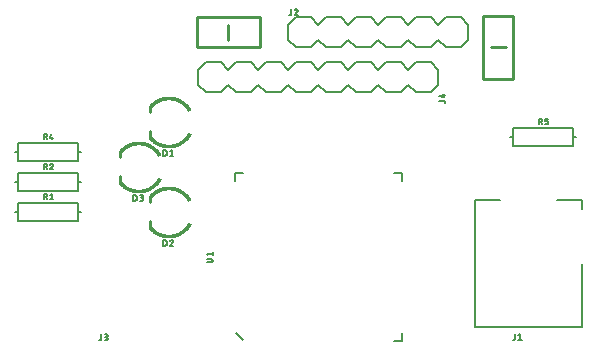
<source format=gbr>
G04 EAGLE Gerber RS-274X export*
G75*
%MOMM*%
%FSLAX34Y34*%
%LPD*%
%INSilkscreen Top*%
%IPPOS*%
%AMOC8*
5,1,8,0,0,1.08239X$1,22.5*%
G01*
%ADD10C,0.254000*%
%ADD11C,0.025400*%
%ADD12C,0.127000*%
%ADD13C,0.203200*%


D10*
X565150Y393700D02*
X552450Y393700D01*
X571500Y420370D02*
X571500Y367030D01*
X546100Y367030D01*
X546100Y420370D01*
X571500Y420370D01*
X330200Y412750D02*
X330200Y400050D01*
X356870Y393700D02*
X303530Y393700D01*
X303530Y419100D01*
X356870Y419100D01*
X356870Y393700D01*
D11*
X262994Y316362D02*
X264750Y317826D01*
X264750Y317825D02*
X265051Y317478D01*
X265360Y317138D01*
X265677Y316805D01*
X266002Y316480D01*
X266334Y316163D01*
X266674Y315854D01*
X267022Y315553D01*
X267376Y315260D01*
X267738Y314977D01*
X268106Y314702D01*
X268481Y314435D01*
X268862Y314178D01*
X269249Y313930D01*
X269641Y313692D01*
X270040Y313463D01*
X270444Y313243D01*
X270852Y313033D01*
X271266Y312833D01*
X271685Y312643D01*
X272108Y312464D01*
X272535Y312294D01*
X272966Y312135D01*
X273401Y311986D01*
X273839Y311847D01*
X274280Y311719D01*
X274725Y311602D01*
X275172Y311495D01*
X275621Y311399D01*
X276073Y311314D01*
X276526Y311240D01*
X276982Y311176D01*
X277438Y311124D01*
X277896Y311082D01*
X278354Y311052D01*
X278814Y311032D01*
X279273Y311023D01*
X279274Y308738D01*
X279273Y308737D01*
X278758Y308747D01*
X278243Y308768D01*
X277729Y308802D01*
X277216Y308848D01*
X276704Y308907D01*
X276194Y308978D01*
X275685Y309061D01*
X275179Y309156D01*
X274675Y309264D01*
X274174Y309383D01*
X273676Y309514D01*
X273181Y309658D01*
X272690Y309813D01*
X272202Y309980D01*
X271719Y310159D01*
X271240Y310349D01*
X270766Y310550D01*
X270297Y310763D01*
X269833Y310987D01*
X269374Y311222D01*
X268922Y311469D01*
X268475Y311725D01*
X268035Y311993D01*
X267601Y312271D01*
X267174Y312559D01*
X266754Y312858D01*
X266342Y313167D01*
X265936Y313485D01*
X265539Y313813D01*
X265150Y314150D01*
X264769Y314497D01*
X264396Y314853D01*
X264032Y315217D01*
X263677Y315590D01*
X263331Y315972D01*
X262994Y316362D01*
X263178Y316516D01*
X263511Y316130D01*
X263853Y315753D01*
X264205Y315384D01*
X264565Y315024D01*
X264933Y314672D01*
X265310Y314329D01*
X265695Y313996D01*
X266088Y313671D01*
X266488Y313357D01*
X266896Y313052D01*
X267311Y312756D01*
X267733Y312471D01*
X268162Y312196D01*
X268598Y311932D01*
X269039Y311678D01*
X269487Y311435D01*
X269940Y311202D01*
X270398Y310981D01*
X270862Y310770D01*
X271331Y310571D01*
X271805Y310383D01*
X272282Y310206D01*
X272764Y310041D01*
X273250Y309888D01*
X273739Y309746D01*
X274232Y309616D01*
X274727Y309498D01*
X275225Y309392D01*
X275726Y309297D01*
X276229Y309215D01*
X276733Y309145D01*
X277239Y309087D01*
X277747Y309042D01*
X278255Y309008D01*
X278764Y308987D01*
X279273Y308977D01*
X279273Y309217D01*
X278770Y309226D01*
X278267Y309248D01*
X277764Y309281D01*
X277263Y309326D01*
X276762Y309383D01*
X276264Y309453D01*
X275767Y309534D01*
X275272Y309627D01*
X274779Y309732D01*
X274290Y309849D01*
X273803Y309977D01*
X273319Y310117D01*
X272839Y310269D01*
X272363Y310432D01*
X271890Y310607D01*
X271422Y310793D01*
X270959Y310990D01*
X270500Y311198D01*
X270047Y311417D01*
X269599Y311647D01*
X269156Y311887D01*
X268720Y312138D01*
X268290Y312400D01*
X267866Y312672D01*
X267448Y312953D01*
X267038Y313245D01*
X266635Y313547D01*
X266239Y313858D01*
X265850Y314178D01*
X265470Y314508D01*
X265097Y314847D01*
X264733Y315194D01*
X264377Y315551D01*
X264030Y315915D01*
X263692Y316288D01*
X263362Y316669D01*
X263547Y316823D01*
X263872Y316446D01*
X264207Y316078D01*
X264550Y315717D01*
X264902Y315365D01*
X265262Y315022D01*
X265630Y314687D01*
X266006Y314361D01*
X266390Y314044D01*
X266781Y313737D01*
X267180Y313439D01*
X267586Y313150D01*
X267998Y312872D01*
X268417Y312603D01*
X268842Y312345D01*
X269274Y312097D01*
X269711Y311859D01*
X270154Y311632D01*
X270602Y311415D01*
X271055Y311210D01*
X271513Y311015D01*
X271976Y310831D01*
X272443Y310659D01*
X272914Y310497D01*
X273388Y310347D01*
X273866Y310209D01*
X274347Y310082D01*
X274831Y309966D01*
X275318Y309863D01*
X275807Y309770D01*
X276299Y309690D01*
X276791Y309622D01*
X277286Y309565D01*
X277782Y309520D01*
X278278Y309487D01*
X278776Y309466D01*
X279273Y309457D01*
X279273Y309697D01*
X278781Y309706D01*
X278290Y309727D01*
X277799Y309760D01*
X277309Y309804D01*
X276821Y309860D01*
X276333Y309928D01*
X275848Y310007D01*
X275365Y310098D01*
X274884Y310201D01*
X274405Y310315D01*
X273930Y310440D01*
X273457Y310577D01*
X272988Y310725D01*
X272523Y310885D01*
X272062Y311055D01*
X271604Y311237D01*
X271152Y311429D01*
X270704Y311633D01*
X270261Y311846D01*
X269823Y312071D01*
X269391Y312306D01*
X268965Y312551D01*
X268545Y312807D01*
X268130Y313072D01*
X267723Y313347D01*
X267322Y313632D01*
X266928Y313927D01*
X266541Y314231D01*
X266162Y314544D01*
X265790Y314866D01*
X265426Y315197D01*
X265070Y315536D01*
X264723Y315884D01*
X264383Y316240D01*
X264053Y316604D01*
X263731Y316977D01*
X263916Y317130D01*
X264233Y316763D01*
X264560Y316403D01*
X264895Y316051D01*
X265239Y315707D01*
X265590Y315371D01*
X265950Y315045D01*
X266317Y314726D01*
X266692Y314417D01*
X267075Y314117D01*
X267464Y313826D01*
X267860Y313544D01*
X268263Y313272D01*
X268672Y313010D01*
X269087Y312758D01*
X269509Y312515D01*
X269936Y312283D01*
X270368Y312061D01*
X270806Y311850D01*
X271248Y311649D01*
X271696Y311459D01*
X272147Y311279D01*
X272603Y311111D01*
X273063Y310953D01*
X273526Y310807D01*
X273993Y310672D01*
X274463Y310548D01*
X274936Y310435D01*
X275411Y310333D01*
X275889Y310244D01*
X276368Y310165D01*
X276850Y310098D01*
X277333Y310043D01*
X277817Y309999D01*
X278302Y309967D01*
X278787Y309946D01*
X279273Y309937D01*
X279273Y310177D01*
X278793Y310186D01*
X278313Y310207D01*
X277834Y310238D01*
X277356Y310282D01*
X276879Y310336D01*
X276403Y310403D01*
X275929Y310480D01*
X275458Y310569D01*
X274988Y310669D01*
X274521Y310781D01*
X274057Y310903D01*
X273595Y311037D01*
X273138Y311182D01*
X272683Y311337D01*
X272233Y311504D01*
X271787Y311681D01*
X271345Y311869D01*
X270907Y312067D01*
X270475Y312276D01*
X270048Y312495D01*
X269626Y312725D01*
X269210Y312964D01*
X268799Y313213D01*
X268395Y313472D01*
X267997Y313741D01*
X267606Y314019D01*
X267221Y314307D01*
X266843Y314603D01*
X266473Y314909D01*
X266110Y315223D01*
X265755Y315546D01*
X265407Y315878D01*
X265068Y316217D01*
X264737Y316565D01*
X264414Y316921D01*
X264100Y317284D01*
X264284Y317437D01*
X264595Y317079D01*
X264913Y316728D01*
X265241Y316384D01*
X265576Y316049D01*
X265919Y315721D01*
X266270Y315402D01*
X266629Y315092D01*
X266995Y314790D01*
X267368Y314497D01*
X267748Y314213D01*
X268134Y313938D01*
X268527Y313673D01*
X268927Y313417D01*
X269332Y313170D01*
X269743Y312934D01*
X270160Y312707D01*
X270582Y312491D01*
X271009Y312285D01*
X271441Y312089D01*
X271878Y311903D01*
X272319Y311728D01*
X272763Y311563D01*
X273212Y311410D01*
X273664Y311267D01*
X274120Y311135D01*
X274579Y311013D01*
X275040Y310903D01*
X275504Y310804D01*
X275970Y310717D01*
X276438Y310640D01*
X276908Y310575D01*
X277379Y310520D01*
X277852Y310478D01*
X278325Y310446D01*
X278799Y310426D01*
X279273Y310417D01*
X279273Y310657D01*
X278805Y310666D01*
X278337Y310686D01*
X277869Y310717D01*
X277403Y310759D01*
X276937Y310813D01*
X276473Y310877D01*
X276011Y310953D01*
X275550Y311040D01*
X275092Y311138D01*
X274636Y311246D01*
X274184Y311366D01*
X273734Y311497D01*
X273287Y311638D01*
X272844Y311790D01*
X272404Y311952D01*
X271969Y312125D01*
X271538Y312308D01*
X271111Y312502D01*
X270689Y312706D01*
X270272Y312920D01*
X269861Y313143D01*
X269455Y313377D01*
X269054Y313620D01*
X268660Y313873D01*
X268271Y314135D01*
X267890Y314406D01*
X267514Y314687D01*
X267146Y314976D01*
X266784Y315274D01*
X266430Y315581D01*
X266084Y315896D01*
X265744Y316219D01*
X265413Y316551D01*
X265090Y316890D01*
X264775Y317237D01*
X264469Y317591D01*
X264653Y317745D01*
X264956Y317395D01*
X265267Y317052D01*
X265586Y316717D01*
X265913Y316390D01*
X266248Y316071D01*
X266590Y315760D01*
X266940Y315457D01*
X267297Y315163D01*
X267661Y314877D01*
X268031Y314600D01*
X268409Y314332D01*
X268792Y314073D01*
X269182Y313823D01*
X269577Y313583D01*
X269978Y313353D01*
X270385Y313132D01*
X270796Y312921D01*
X271213Y312719D01*
X271634Y312528D01*
X272060Y312347D01*
X272490Y312176D01*
X272924Y312016D01*
X273362Y311866D01*
X273803Y311726D01*
X274247Y311598D01*
X274694Y311479D01*
X275144Y311372D01*
X275597Y311275D01*
X276051Y311190D01*
X276508Y311115D01*
X276966Y311051D01*
X277426Y310998D01*
X277887Y310956D01*
X278348Y310926D01*
X278811Y310906D01*
X279273Y310897D01*
X279526Y308738D02*
X279526Y311024D01*
X279527Y311023D02*
X279992Y311032D01*
X280457Y311052D01*
X280921Y311083D01*
X281384Y311126D01*
X281846Y311180D01*
X282307Y311245D01*
X282766Y311321D01*
X283223Y311408D01*
X283678Y311506D01*
X284130Y311616D01*
X284580Y311736D01*
X285026Y311867D01*
X285469Y312009D01*
X285909Y312162D01*
X286344Y312325D01*
X286776Y312499D01*
X287203Y312683D01*
X287626Y312877D01*
X288044Y313082D01*
X288457Y313297D01*
X288864Y313522D01*
X289266Y313756D01*
X289662Y314000D01*
X290052Y314254D01*
X290436Y314517D01*
X290813Y314790D01*
X291183Y315071D01*
X291547Y315361D01*
X291903Y315660D01*
X292252Y315968D01*
X292594Y316284D01*
X292928Y316608D01*
X293253Y316941D01*
X293571Y317281D01*
X293880Y317628D01*
X294181Y317983D01*
X294473Y318345D01*
X294756Y318715D01*
X295030Y319091D01*
X295295Y319473D01*
X295551Y319862D01*
X295797Y320257D01*
X296033Y320658D01*
X296260Y321064D01*
X298277Y319989D01*
X298277Y319988D01*
X298023Y319533D01*
X297759Y319083D01*
X297483Y318641D01*
X297197Y318205D01*
X296900Y317776D01*
X296594Y317354D01*
X296276Y316940D01*
X295949Y316534D01*
X295612Y316136D01*
X295266Y315747D01*
X294910Y315365D01*
X294545Y314993D01*
X294171Y314630D01*
X293789Y314275D01*
X293398Y313930D01*
X292998Y313595D01*
X292591Y313270D01*
X292176Y312954D01*
X291753Y312649D01*
X291323Y312354D01*
X290886Y312070D01*
X290442Y311796D01*
X289992Y311533D01*
X289535Y311281D01*
X289073Y311041D01*
X288604Y310811D01*
X288131Y310593D01*
X287652Y310387D01*
X287168Y310192D01*
X286680Y310010D01*
X286187Y309839D01*
X285690Y309680D01*
X285190Y309533D01*
X284686Y309398D01*
X284179Y309276D01*
X283670Y309166D01*
X283157Y309069D01*
X282643Y308984D01*
X282126Y308911D01*
X281609Y308851D01*
X281089Y308804D01*
X280569Y308769D01*
X280048Y308747D01*
X279527Y308737D01*
X279527Y308977D01*
X280042Y308987D01*
X280557Y309009D01*
X281072Y309043D01*
X281585Y309090D01*
X282097Y309149D01*
X282608Y309221D01*
X283116Y309305D01*
X283623Y309402D01*
X284127Y309510D01*
X284628Y309631D01*
X285126Y309764D01*
X285621Y309909D01*
X286112Y310067D01*
X286599Y310236D01*
X287081Y310416D01*
X287560Y310609D01*
X288033Y310813D01*
X288502Y311028D01*
X288965Y311255D01*
X289422Y311493D01*
X289873Y311742D01*
X290319Y312002D01*
X290757Y312272D01*
X291190Y312553D01*
X291615Y312845D01*
X292033Y313147D01*
X292443Y313459D01*
X292846Y313781D01*
X293241Y314112D01*
X293627Y314453D01*
X294006Y314803D01*
X294375Y315163D01*
X294736Y315531D01*
X295088Y315908D01*
X295431Y316293D01*
X295764Y316687D01*
X296087Y317088D01*
X296401Y317497D01*
X296704Y317914D01*
X296997Y318338D01*
X297280Y318769D01*
X297553Y319207D01*
X297814Y319651D01*
X298065Y320101D01*
X297854Y320214D01*
X297606Y319769D01*
X297347Y319330D01*
X297078Y318897D01*
X296798Y318471D01*
X296508Y318052D01*
X296208Y317640D01*
X295898Y317236D01*
X295578Y316839D01*
X295249Y316450D01*
X294910Y316069D01*
X294562Y315696D01*
X294206Y315332D01*
X293840Y314977D01*
X293466Y314631D01*
X293084Y314294D01*
X292694Y313966D01*
X292295Y313648D01*
X291890Y313340D01*
X291476Y313041D01*
X291056Y312753D01*
X290629Y312475D01*
X290195Y312207D01*
X289755Y311951D01*
X289309Y311704D01*
X288857Y311469D01*
X288399Y311245D01*
X287936Y311032D01*
X287468Y310830D01*
X286995Y310640D01*
X286518Y310461D01*
X286036Y310294D01*
X285551Y310139D01*
X285062Y309996D01*
X284569Y309864D01*
X284074Y309744D01*
X283576Y309637D01*
X283075Y309542D01*
X282572Y309458D01*
X282068Y309387D01*
X281561Y309329D01*
X281054Y309282D01*
X280545Y309248D01*
X280036Y309227D01*
X279527Y309217D01*
X279527Y309457D01*
X280030Y309467D01*
X280534Y309488D01*
X281036Y309522D01*
X281538Y309568D01*
X282038Y309626D01*
X282537Y309696D01*
X283034Y309778D01*
X283529Y309872D01*
X284021Y309979D01*
X284511Y310097D01*
X284998Y310227D01*
X285481Y310369D01*
X285961Y310522D01*
X286437Y310687D01*
X286909Y310864D01*
X287376Y311052D01*
X287838Y311251D01*
X288296Y311462D01*
X288749Y311684D01*
X289195Y311916D01*
X289637Y312159D01*
X290072Y312413D01*
X290500Y312678D01*
X290923Y312952D01*
X291338Y313237D01*
X291746Y313532D01*
X292148Y313837D01*
X292541Y314151D01*
X292927Y314475D01*
X293305Y314808D01*
X293675Y315151D01*
X294036Y315502D01*
X294388Y315862D01*
X294732Y316230D01*
X295067Y316606D01*
X295392Y316991D01*
X295708Y317383D01*
X296015Y317783D01*
X296311Y318190D01*
X296598Y318604D01*
X296875Y319025D01*
X297141Y319453D01*
X297397Y319887D01*
X297642Y320327D01*
X297430Y320440D01*
X297188Y320005D01*
X296935Y319576D01*
X296672Y319154D01*
X296398Y318737D01*
X296115Y318328D01*
X295822Y317926D01*
X295519Y317531D01*
X295207Y317143D01*
X294885Y316763D01*
X294554Y316391D01*
X294214Y316027D01*
X293866Y315671D01*
X293509Y315324D01*
X293144Y314986D01*
X292770Y314657D01*
X292389Y314337D01*
X292000Y314026D01*
X291603Y313725D01*
X291200Y313434D01*
X290789Y313152D01*
X290372Y312880D01*
X289948Y312619D01*
X289518Y312368D01*
X289082Y312128D01*
X288641Y311898D01*
X288193Y311679D01*
X287741Y311471D01*
X287284Y311274D01*
X286822Y311088D01*
X286356Y310913D01*
X285886Y310750D01*
X285411Y310598D01*
X284934Y310458D01*
X284453Y310330D01*
X283969Y310213D01*
X283482Y310108D01*
X282993Y310014D01*
X282502Y309933D01*
X282009Y309864D01*
X281514Y309806D01*
X281019Y309761D01*
X280522Y309728D01*
X280024Y309707D01*
X279527Y309697D01*
X279527Y309937D01*
X280018Y309946D01*
X280510Y309967D01*
X281001Y310000D01*
X281491Y310045D01*
X281979Y310102D01*
X282467Y310171D01*
X282952Y310251D01*
X283435Y310343D01*
X283916Y310447D01*
X284394Y310562D01*
X284870Y310689D01*
X285342Y310828D01*
X285810Y310978D01*
X286275Y311139D01*
X286736Y311312D01*
X287192Y311496D01*
X287644Y311690D01*
X288091Y311896D01*
X288533Y312112D01*
X288969Y312339D01*
X289400Y312577D01*
X289825Y312825D01*
X290243Y313083D01*
X290656Y313351D01*
X291061Y313630D01*
X291460Y313918D01*
X291852Y314215D01*
X292236Y314522D01*
X292613Y314839D01*
X292982Y315164D01*
X293343Y315498D01*
X293696Y315841D01*
X294041Y316192D01*
X294376Y316552D01*
X294703Y316920D01*
X295021Y317295D01*
X295330Y317678D01*
X295629Y318068D01*
X295919Y318466D01*
X296199Y318871D01*
X296469Y319282D01*
X296729Y319699D01*
X296979Y320123D01*
X297218Y320553D01*
X297006Y320666D01*
X296770Y320241D01*
X296523Y319823D01*
X296266Y319410D01*
X295999Y319004D01*
X295722Y318604D01*
X295436Y318211D01*
X295140Y317826D01*
X294835Y317447D01*
X294521Y317076D01*
X294198Y316713D01*
X293867Y316358D01*
X293526Y316011D01*
X293178Y315672D01*
X292821Y315342D01*
X292456Y315020D01*
X292084Y314708D01*
X291704Y314404D01*
X291317Y314110D01*
X290923Y313826D01*
X290522Y313551D01*
X290115Y313286D01*
X289701Y313031D01*
X289281Y312786D01*
X288856Y312551D01*
X288425Y312327D01*
X287988Y312113D01*
X287546Y311910D01*
X287100Y311717D01*
X286649Y311536D01*
X286194Y311365D01*
X285735Y311206D01*
X285272Y311058D01*
X284806Y310921D01*
X284336Y310795D01*
X283863Y310681D01*
X283388Y310578D01*
X282911Y310487D01*
X282431Y310408D01*
X281950Y310340D01*
X281467Y310284D01*
X280983Y310240D01*
X280498Y310207D01*
X280013Y310186D01*
X279527Y310177D01*
X279527Y310417D01*
X280007Y310426D01*
X280486Y310447D01*
X280965Y310479D01*
X281444Y310523D01*
X281921Y310578D01*
X282396Y310645D01*
X282870Y310724D01*
X283341Y310814D01*
X283811Y310915D01*
X284278Y311028D01*
X284741Y311152D01*
X285202Y311287D01*
X285659Y311434D01*
X286113Y311591D01*
X286563Y311760D01*
X287008Y311939D01*
X287449Y312129D01*
X287885Y312330D01*
X288317Y312541D01*
X288743Y312763D01*
X289163Y312994D01*
X289578Y313236D01*
X289986Y313489D01*
X290389Y313750D01*
X290785Y314022D01*
X291174Y314303D01*
X291557Y314594D01*
X291932Y314893D01*
X292300Y315202D01*
X292660Y315519D01*
X293012Y315846D01*
X293356Y316180D01*
X293693Y316523D01*
X294020Y316874D01*
X294339Y317233D01*
X294650Y317599D01*
X294951Y317973D01*
X295243Y318354D01*
X295526Y318742D01*
X295799Y319137D01*
X296063Y319538D01*
X296317Y319946D01*
X296561Y320359D01*
X296795Y320779D01*
X296583Y320892D01*
X296352Y320478D01*
X296111Y320069D01*
X295860Y319666D01*
X295600Y319270D01*
X295330Y318880D01*
X295050Y318497D01*
X294762Y318121D01*
X294464Y317751D01*
X294158Y317389D01*
X293842Y317035D01*
X293519Y316688D01*
X293187Y316350D01*
X292846Y316019D01*
X292498Y315697D01*
X292143Y315383D01*
X291779Y315079D01*
X291409Y314783D01*
X291031Y314496D01*
X290647Y314218D01*
X290255Y313950D01*
X289858Y313691D01*
X289454Y313442D01*
X289045Y313203D01*
X288629Y312974D01*
X288209Y312755D01*
X287783Y312547D01*
X287352Y312348D01*
X286916Y312161D01*
X286476Y311983D01*
X286032Y311817D01*
X285584Y311662D01*
X285132Y311517D01*
X284677Y311383D01*
X284219Y311261D01*
X283758Y311149D01*
X283295Y311049D01*
X282829Y310960D01*
X282361Y310883D01*
X281891Y310817D01*
X281420Y310762D01*
X280948Y310718D01*
X280475Y310687D01*
X280001Y310666D01*
X279527Y310657D01*
X279527Y310897D01*
X279995Y310906D01*
X280463Y310926D01*
X280930Y310958D01*
X281397Y311001D01*
X281862Y311055D01*
X282326Y311120D01*
X282788Y311197D01*
X283248Y311285D01*
X283706Y311384D01*
X284161Y311494D01*
X284613Y311615D01*
X285063Y311747D01*
X285509Y311889D01*
X285951Y312043D01*
X286390Y312207D01*
X286824Y312382D01*
X287254Y312568D01*
X287680Y312763D01*
X288101Y312970D01*
X288516Y313186D01*
X288926Y313412D01*
X289331Y313648D01*
X289729Y313894D01*
X290122Y314149D01*
X290508Y314414D01*
X290888Y314688D01*
X291261Y314972D01*
X291627Y315264D01*
X291986Y315565D01*
X292337Y315875D01*
X292681Y316193D01*
X293017Y316519D01*
X293345Y316854D01*
X293664Y317196D01*
X293976Y317546D01*
X294279Y317903D01*
X294572Y318268D01*
X294858Y318640D01*
X295133Y319018D01*
X295400Y319403D01*
X295657Y319795D01*
X295905Y320192D01*
X296143Y320596D01*
X296371Y321005D01*
X279274Y351662D02*
X279274Y349376D01*
X279273Y349377D02*
X278805Y349368D01*
X278337Y349347D01*
X277869Y349316D01*
X277402Y349273D01*
X276937Y349218D01*
X276473Y349152D01*
X276011Y349075D01*
X275551Y348987D01*
X275093Y348887D01*
X274637Y348776D01*
X274185Y348654D01*
X273736Y348521D01*
X273290Y348377D01*
X272847Y348223D01*
X272409Y348057D01*
X271975Y347881D01*
X271545Y347694D01*
X271120Y347497D01*
X270700Y347290D01*
X270285Y347072D01*
X269875Y346844D01*
X269471Y346607D01*
X269073Y346359D01*
X268682Y346102D01*
X268296Y345835D01*
X267917Y345559D01*
X267546Y345274D01*
X267181Y344980D01*
X266823Y344677D01*
X266473Y344365D01*
X266131Y344045D01*
X265797Y343717D01*
X265471Y343381D01*
X265153Y343036D01*
X264843Y342684D01*
X263099Y344161D01*
X263098Y344161D01*
X263445Y344556D01*
X263801Y344942D01*
X264166Y345319D01*
X264541Y345688D01*
X264924Y346047D01*
X265317Y346396D01*
X265717Y346736D01*
X266126Y347066D01*
X266543Y347386D01*
X266967Y347695D01*
X267399Y347994D01*
X267838Y348283D01*
X268284Y348560D01*
X268737Y348827D01*
X269196Y349082D01*
X269661Y349326D01*
X270132Y349559D01*
X270609Y349780D01*
X271091Y349989D01*
X271578Y350187D01*
X272069Y350372D01*
X272565Y350546D01*
X273065Y350707D01*
X273569Y350856D01*
X274076Y350992D01*
X274587Y351116D01*
X275100Y351228D01*
X275616Y351327D01*
X276134Y351413D01*
X276654Y351487D01*
X277176Y351547D01*
X277699Y351595D01*
X278223Y351631D01*
X278748Y351653D01*
X279273Y351663D01*
X279273Y351423D01*
X278754Y351413D01*
X278235Y351391D01*
X277717Y351356D01*
X277200Y351309D01*
X276684Y351248D01*
X276170Y351176D01*
X275657Y351090D01*
X275147Y350993D01*
X274640Y350882D01*
X274135Y350760D01*
X273633Y350625D01*
X273135Y350477D01*
X272641Y350318D01*
X272151Y350147D01*
X271665Y349963D01*
X271184Y349768D01*
X270707Y349561D01*
X270236Y349343D01*
X269770Y349113D01*
X269310Y348871D01*
X268857Y348619D01*
X268409Y348355D01*
X267968Y348081D01*
X267534Y347796D01*
X267107Y347500D01*
X266687Y347194D01*
X266275Y346878D01*
X265871Y346552D01*
X265475Y346216D01*
X265087Y345870D01*
X264708Y345515D01*
X264338Y345151D01*
X263976Y344778D01*
X263624Y344396D01*
X263281Y344006D01*
X263465Y343851D01*
X263803Y344237D01*
X264151Y344614D01*
X264509Y344983D01*
X264875Y345343D01*
X265250Y345694D01*
X265633Y346035D01*
X266025Y346367D01*
X266424Y346690D01*
X266831Y347002D01*
X267246Y347305D01*
X267668Y347597D01*
X268098Y347879D01*
X268534Y348150D01*
X268976Y348411D01*
X269425Y348660D01*
X269879Y348899D01*
X270340Y349126D01*
X270805Y349342D01*
X271276Y349547D01*
X271752Y349740D01*
X272233Y349921D01*
X272717Y350090D01*
X273206Y350248D01*
X273698Y350393D01*
X274194Y350527D01*
X274693Y350648D01*
X275195Y350757D01*
X275699Y350854D01*
X276205Y350938D01*
X276714Y351010D01*
X277224Y351070D01*
X277735Y351117D01*
X278247Y351151D01*
X278760Y351173D01*
X279273Y351183D01*
X279273Y350943D01*
X278766Y350933D01*
X278259Y350912D01*
X277753Y350877D01*
X277247Y350831D01*
X276743Y350772D01*
X276241Y350701D01*
X275740Y350618D01*
X275242Y350522D01*
X274746Y350414D01*
X274253Y350294D01*
X273763Y350162D01*
X273276Y350018D01*
X272793Y349863D01*
X272314Y349695D01*
X271839Y349516D01*
X271369Y349325D01*
X270904Y349123D01*
X270443Y348910D01*
X269988Y348685D01*
X269539Y348449D01*
X269095Y348202D01*
X268658Y347945D01*
X268227Y347677D01*
X267803Y347398D01*
X267386Y347110D01*
X266976Y346811D01*
X266573Y346502D01*
X266178Y346183D01*
X265791Y345855D01*
X265412Y345517D01*
X265042Y345170D01*
X264680Y344815D01*
X264327Y344450D01*
X263983Y344077D01*
X263648Y343696D01*
X263831Y343541D01*
X264162Y343918D01*
X264502Y344286D01*
X264851Y344646D01*
X265209Y344998D01*
X265575Y345341D01*
X265949Y345674D01*
X266332Y345999D01*
X266722Y346314D01*
X267120Y346619D01*
X267525Y346914D01*
X267938Y347200D01*
X268357Y347475D01*
X268783Y347740D01*
X269215Y347994D01*
X269653Y348238D01*
X270097Y348471D01*
X270547Y348693D01*
X271002Y348904D01*
X271462Y349104D01*
X271927Y349292D01*
X272396Y349470D01*
X272869Y349635D01*
X273347Y349789D01*
X273828Y349931D01*
X274312Y350062D01*
X274799Y350180D01*
X275289Y350287D01*
X275782Y350381D01*
X276276Y350464D01*
X276773Y350534D01*
X277271Y350592D01*
X277771Y350638D01*
X278271Y350672D01*
X278772Y350693D01*
X279273Y350703D01*
X279273Y350463D01*
X278778Y350453D01*
X278283Y350432D01*
X277788Y350399D01*
X277295Y350353D01*
X276803Y350296D01*
X276312Y350226D01*
X275823Y350145D01*
X275337Y350051D01*
X274852Y349946D01*
X274371Y349829D01*
X273892Y349700D01*
X273417Y349560D01*
X272945Y349407D01*
X272478Y349244D01*
X272014Y349069D01*
X271555Y348883D01*
X271100Y348685D01*
X270651Y348477D01*
X270206Y348257D01*
X269768Y348027D01*
X269334Y347786D01*
X268907Y347535D01*
X268487Y347273D01*
X268072Y347001D01*
X267665Y346719D01*
X267264Y346427D01*
X266871Y346125D01*
X266486Y345814D01*
X266108Y345494D01*
X265738Y345164D01*
X265376Y344826D01*
X265022Y344478D01*
X264677Y344122D01*
X264341Y343758D01*
X264014Y343386D01*
X264197Y343231D01*
X264521Y343599D01*
X264853Y343958D01*
X265193Y344310D01*
X265543Y344653D01*
X265900Y344988D01*
X266266Y345313D01*
X266639Y345630D01*
X267020Y345937D01*
X267409Y346235D01*
X267804Y346524D01*
X268207Y346802D01*
X268616Y347071D01*
X269032Y347330D01*
X269454Y347578D01*
X269882Y347816D01*
X270315Y348043D01*
X270754Y348260D01*
X271199Y348466D01*
X271648Y348661D01*
X272101Y348845D01*
X272559Y349018D01*
X273021Y349180D01*
X273487Y349330D01*
X273957Y349469D01*
X274430Y349596D01*
X274905Y349712D01*
X275384Y349816D01*
X275865Y349908D01*
X276348Y349989D01*
X276832Y350058D01*
X277319Y350115D01*
X277806Y350159D01*
X278295Y350192D01*
X278784Y350214D01*
X279273Y350223D01*
X279273Y349983D01*
X278790Y349974D01*
X278307Y349953D01*
X277824Y349920D01*
X277342Y349876D01*
X276862Y349820D01*
X276383Y349752D01*
X275906Y349672D01*
X275431Y349581D01*
X274959Y349478D01*
X274489Y349364D01*
X274022Y349238D01*
X273558Y349101D01*
X273098Y348952D01*
X272641Y348793D01*
X272189Y348622D01*
X271740Y348440D01*
X271297Y348247D01*
X270858Y348044D01*
X270424Y347830D01*
X269996Y347605D01*
X269573Y347370D01*
X269157Y347125D01*
X268746Y346869D01*
X268342Y346604D01*
X267944Y346328D01*
X267553Y346044D01*
X267169Y345749D01*
X266793Y345446D01*
X266424Y345133D01*
X266063Y344811D01*
X265710Y344481D01*
X265365Y344142D01*
X265028Y343795D01*
X264700Y343439D01*
X264381Y343076D01*
X264564Y342921D01*
X264879Y343280D01*
X265203Y343631D01*
X265536Y343974D01*
X265877Y344308D01*
X266225Y344635D01*
X266582Y344952D01*
X266947Y345261D01*
X267318Y345561D01*
X267697Y345852D01*
X268083Y346133D01*
X268476Y346405D01*
X268876Y346667D01*
X269281Y346919D01*
X269693Y347162D01*
X270110Y347394D01*
X270533Y347616D01*
X270962Y347827D01*
X271395Y348028D01*
X271833Y348219D01*
X272276Y348398D01*
X272723Y348567D01*
X273174Y348725D01*
X273628Y348871D01*
X274086Y349007D01*
X274548Y349131D01*
X275012Y349244D01*
X275479Y349346D01*
X275948Y349436D01*
X276419Y349514D01*
X276892Y349581D01*
X277366Y349637D01*
X277842Y349681D01*
X278319Y349713D01*
X278796Y349734D01*
X279273Y349743D01*
X279273Y349503D01*
X278802Y349494D01*
X278330Y349473D01*
X277860Y349441D01*
X277390Y349398D01*
X276921Y349343D01*
X276454Y349277D01*
X275989Y349199D01*
X275526Y349110D01*
X275065Y349010D01*
X274607Y348898D01*
X274151Y348776D01*
X273699Y348642D01*
X273250Y348497D01*
X272804Y348341D01*
X272363Y348175D01*
X271926Y347997D01*
X271493Y347809D01*
X271065Y347611D01*
X270642Y347402D01*
X270225Y347183D01*
X269812Y346954D01*
X269406Y346714D01*
X269005Y346465D01*
X268611Y346206D01*
X268223Y345938D01*
X267842Y345660D01*
X267467Y345373D01*
X267100Y345077D01*
X266740Y344772D01*
X266388Y344458D01*
X266043Y344136D01*
X265707Y343805D01*
X265379Y343467D01*
X265059Y343120D01*
X264747Y342766D01*
X297972Y340959D02*
X295987Y339824D01*
X295988Y339825D02*
X295750Y340223D01*
X295504Y340615D01*
X295247Y341000D01*
X294982Y341380D01*
X294708Y341753D01*
X294424Y342119D01*
X294132Y342478D01*
X293831Y342830D01*
X293522Y343175D01*
X293205Y343512D01*
X292879Y343842D01*
X292546Y344163D01*
X292205Y344477D01*
X291856Y344782D01*
X291501Y345078D01*
X291138Y345366D01*
X290768Y345645D01*
X290392Y345915D01*
X290009Y346176D01*
X289620Y346427D01*
X289226Y346669D01*
X288825Y346902D01*
X288419Y347124D01*
X288008Y347337D01*
X287591Y347540D01*
X287170Y347733D01*
X286745Y347915D01*
X286315Y348087D01*
X285881Y348249D01*
X285443Y348400D01*
X285002Y348541D01*
X284557Y348671D01*
X284110Y348790D01*
X283660Y348898D01*
X283207Y348996D01*
X282752Y349082D01*
X282295Y349157D01*
X281836Y349222D01*
X281376Y349275D01*
X280915Y349317D01*
X280453Y349348D01*
X279990Y349368D01*
X279527Y349377D01*
X279527Y351662D01*
X279527Y351663D01*
X280046Y351653D01*
X280565Y351631D01*
X281083Y351597D01*
X281600Y351550D01*
X282115Y351491D01*
X282629Y351419D01*
X283141Y351335D01*
X283651Y351238D01*
X284159Y351129D01*
X284663Y351008D01*
X285165Y350875D01*
X285663Y350729D01*
X286158Y350572D01*
X286648Y350402D01*
X287135Y350221D01*
X287617Y350028D01*
X288094Y349824D01*
X288565Y349608D01*
X289032Y349381D01*
X289493Y349142D01*
X289948Y348893D01*
X290397Y348632D01*
X290839Y348361D01*
X291275Y348079D01*
X291704Y347787D01*
X292126Y347484D01*
X292540Y347171D01*
X292946Y346849D01*
X293345Y346516D01*
X293736Y346174D01*
X294118Y345823D01*
X294491Y345463D01*
X294856Y345093D01*
X295211Y344715D01*
X295558Y344329D01*
X295895Y343934D01*
X296222Y343531D01*
X296539Y343121D01*
X296847Y342702D01*
X297144Y342277D01*
X297431Y341844D01*
X297707Y341405D01*
X297972Y340959D01*
X297764Y340840D01*
X297502Y341281D01*
X297228Y341715D01*
X296945Y342143D01*
X296651Y342564D01*
X296347Y342977D01*
X296033Y343383D01*
X295709Y343781D01*
X295376Y344172D01*
X295034Y344554D01*
X294682Y344927D01*
X294322Y345293D01*
X293953Y345649D01*
X293575Y345996D01*
X293189Y346334D01*
X292795Y346663D01*
X292393Y346982D01*
X291983Y347291D01*
X291566Y347590D01*
X291142Y347879D01*
X290711Y348158D01*
X290274Y348426D01*
X289830Y348684D01*
X289380Y348930D01*
X288925Y349166D01*
X288463Y349391D01*
X287997Y349604D01*
X287525Y349807D01*
X287049Y349997D01*
X286568Y350176D01*
X286083Y350344D01*
X285594Y350499D01*
X285101Y350643D01*
X284605Y350775D01*
X284106Y350895D01*
X283605Y351003D01*
X283100Y351098D01*
X282594Y351181D01*
X282086Y351252D01*
X281576Y351311D01*
X281065Y351358D01*
X280553Y351392D01*
X280040Y351413D01*
X279527Y351423D01*
X279527Y351183D01*
X280035Y351173D01*
X280541Y351152D01*
X281048Y351118D01*
X281553Y351072D01*
X282057Y351014D01*
X282559Y350944D01*
X283060Y350862D01*
X283558Y350767D01*
X284054Y350661D01*
X284547Y350542D01*
X285037Y350412D01*
X285524Y350270D01*
X286008Y350116D01*
X286487Y349950D01*
X286963Y349773D01*
X287433Y349585D01*
X287900Y349385D01*
X288361Y349174D01*
X288817Y348952D01*
X289268Y348719D01*
X289712Y348475D01*
X290151Y348220D01*
X290584Y347955D01*
X291009Y347679D01*
X291429Y347394D01*
X291841Y347098D01*
X292246Y346792D01*
X292643Y346477D01*
X293032Y346152D01*
X293414Y345818D01*
X293788Y345475D01*
X294153Y345122D01*
X294509Y344761D01*
X294857Y344392D01*
X295195Y344014D01*
X295524Y343628D01*
X295844Y343235D01*
X296155Y342833D01*
X296455Y342425D01*
X296746Y342009D01*
X297026Y341586D01*
X297296Y341157D01*
X297556Y340721D01*
X297347Y340602D01*
X297091Y341033D01*
X296824Y341457D01*
X296547Y341875D01*
X296259Y342286D01*
X295962Y342690D01*
X295656Y343086D01*
X295339Y343476D01*
X295014Y343857D01*
X294679Y344230D01*
X294336Y344595D01*
X293983Y344952D01*
X293623Y345300D01*
X293253Y345640D01*
X292876Y345970D01*
X292491Y346291D01*
X292098Y346603D01*
X291698Y346905D01*
X291291Y347197D01*
X290877Y347480D01*
X290456Y347752D01*
X290028Y348014D01*
X289594Y348266D01*
X289155Y348507D01*
X288709Y348737D01*
X288259Y348957D01*
X287803Y349165D01*
X287342Y349363D01*
X286876Y349549D01*
X286407Y349724D01*
X285933Y349888D01*
X285455Y350040D01*
X284974Y350180D01*
X284489Y350309D01*
X284001Y350426D01*
X283511Y350532D01*
X283019Y350625D01*
X282524Y350707D01*
X282027Y350776D01*
X281529Y350834D01*
X281030Y350879D01*
X280530Y350912D01*
X280029Y350933D01*
X279527Y350943D01*
X279527Y350703D01*
X280023Y350694D01*
X280518Y350673D01*
X281012Y350640D01*
X281506Y350595D01*
X281998Y350538D01*
X282489Y350469D01*
X282978Y350389D01*
X283465Y350296D01*
X283949Y350192D01*
X284431Y350076D01*
X284910Y349949D01*
X285385Y349810D01*
X285858Y349660D01*
X286326Y349498D01*
X286790Y349325D01*
X287250Y349141D01*
X287706Y348946D01*
X288156Y348740D01*
X288602Y348523D01*
X289042Y348295D01*
X289476Y348057D01*
X289905Y347808D01*
X290328Y347549D01*
X290744Y347280D01*
X291153Y347001D01*
X291556Y346712D01*
X291951Y346413D01*
X292339Y346105D01*
X292720Y345788D01*
X293093Y345461D01*
X293457Y345126D01*
X293814Y344782D01*
X294162Y344429D01*
X294502Y344069D01*
X294833Y343700D01*
X295154Y343323D01*
X295467Y342938D01*
X295770Y342546D01*
X296064Y342147D01*
X296347Y341741D01*
X296621Y341328D01*
X296885Y340909D01*
X297139Y340483D01*
X296931Y340364D01*
X296680Y340784D01*
X296419Y341199D01*
X296148Y341607D01*
X295868Y342008D01*
X295578Y342403D01*
X295278Y342790D01*
X294969Y343170D01*
X294651Y343542D01*
X294325Y343907D01*
X293989Y344263D01*
X293645Y344612D01*
X293292Y344952D01*
X292932Y345283D01*
X292564Y345606D01*
X292187Y345919D01*
X291804Y346224D01*
X291413Y346519D01*
X291015Y346804D01*
X290611Y347080D01*
X290200Y347346D01*
X289782Y347602D01*
X289359Y347848D01*
X288929Y348083D01*
X288494Y348308D01*
X288054Y348522D01*
X287609Y348726D01*
X287159Y348919D01*
X286704Y349101D01*
X286245Y349272D01*
X285783Y349432D01*
X285316Y349580D01*
X284846Y349718D01*
X284373Y349844D01*
X283897Y349958D01*
X283418Y350061D01*
X282937Y350152D01*
X282454Y350232D01*
X281969Y350300D01*
X281482Y350356D01*
X280995Y350400D01*
X280506Y350433D01*
X280017Y350454D01*
X279527Y350463D01*
X279527Y350223D01*
X280011Y350214D01*
X280494Y350193D01*
X280977Y350161D01*
X281459Y350117D01*
X281940Y350061D01*
X282419Y349994D01*
X282896Y349916D01*
X283371Y349825D01*
X283844Y349724D01*
X284315Y349611D01*
X284782Y349486D01*
X285247Y349351D01*
X285708Y349204D01*
X286165Y349046D01*
X286618Y348877D01*
X287067Y348697D01*
X287512Y348507D01*
X287952Y348305D01*
X288387Y348093D01*
X288816Y347871D01*
X289241Y347639D01*
X289659Y347396D01*
X290072Y347143D01*
X290478Y346880D01*
X290878Y346608D01*
X291271Y346326D01*
X291657Y346034D01*
X292036Y345733D01*
X292407Y345424D01*
X292771Y345105D01*
X293127Y344778D01*
X293476Y344442D01*
X293816Y344097D01*
X294147Y343745D01*
X294470Y343385D01*
X294784Y343017D01*
X295089Y342642D01*
X295385Y342259D01*
X295672Y341869D01*
X295949Y341473D01*
X296217Y341070D01*
X296474Y340660D01*
X296722Y340245D01*
X296514Y340126D01*
X296269Y340536D01*
X296014Y340941D01*
X295750Y341339D01*
X295476Y341730D01*
X295193Y342115D01*
X294901Y342493D01*
X294599Y342864D01*
X294289Y343228D01*
X293970Y343583D01*
X293642Y343931D01*
X293306Y344271D01*
X292962Y344603D01*
X292611Y344927D01*
X292251Y345241D01*
X291884Y345547D01*
X291509Y345845D01*
X291128Y346132D01*
X290740Y346411D01*
X290345Y346680D01*
X289944Y346940D01*
X289536Y347190D01*
X289123Y347429D01*
X288704Y347659D01*
X288279Y347879D01*
X287850Y348088D01*
X287415Y348287D01*
X286976Y348475D01*
X286532Y348653D01*
X286084Y348820D01*
X285633Y348976D01*
X285177Y349121D01*
X284718Y349255D01*
X284257Y349378D01*
X283792Y349490D01*
X283325Y349590D01*
X282855Y349679D01*
X282384Y349757D01*
X281910Y349823D01*
X281436Y349878D01*
X280960Y349922D01*
X280483Y349953D01*
X280005Y349974D01*
X279527Y349983D01*
X279527Y349743D01*
X279999Y349734D01*
X280471Y349714D01*
X280942Y349682D01*
X281412Y349639D01*
X281881Y349585D01*
X282349Y349519D01*
X282814Y349443D01*
X283278Y349355D01*
X283740Y349255D01*
X284198Y349145D01*
X284655Y349024D01*
X285108Y348891D01*
X285558Y348748D01*
X286004Y348594D01*
X286446Y348429D01*
X286884Y348254D01*
X287318Y348068D01*
X287747Y347871D01*
X288172Y347664D01*
X288591Y347447D01*
X289005Y347220D01*
X289413Y346984D01*
X289816Y346737D01*
X290212Y346480D01*
X290602Y346215D01*
X290986Y345939D01*
X291362Y345655D01*
X291732Y345362D01*
X292095Y345059D01*
X292450Y344748D01*
X292797Y344429D01*
X293137Y344101D01*
X293469Y343765D01*
X293792Y343422D01*
X294108Y343070D01*
X294414Y342711D01*
X294712Y342345D01*
X295001Y341972D01*
X295281Y341592D01*
X295551Y341205D01*
X295812Y340811D01*
X296064Y340412D01*
X296305Y340007D01*
X296097Y339887D01*
X295858Y340288D01*
X295610Y340682D01*
X295352Y341071D01*
X295085Y341453D01*
X294809Y341828D01*
X294523Y342197D01*
X294229Y342559D01*
X293926Y342913D01*
X293615Y343260D01*
X293296Y343599D01*
X292968Y343931D01*
X292632Y344255D01*
X292289Y344570D01*
X291938Y344877D01*
X291580Y345176D01*
X291215Y345465D01*
X290843Y345746D01*
X290464Y346018D01*
X290079Y346281D01*
X289688Y346534D01*
X289290Y346777D01*
X288887Y347011D01*
X288478Y347236D01*
X288064Y347450D01*
X287645Y347654D01*
X287221Y347848D01*
X286793Y348032D01*
X286360Y348205D01*
X285923Y348368D01*
X285483Y348520D01*
X285038Y348661D01*
X284591Y348792D01*
X284140Y348912D01*
X283687Y349021D01*
X283231Y349119D01*
X282773Y349206D01*
X282313Y349282D01*
X281852Y349347D01*
X281389Y349400D01*
X280924Y349443D01*
X280459Y349474D01*
X279994Y349494D01*
X279527Y349503D01*
D10*
X263652Y322326D02*
X263652Y317246D01*
X263652Y338582D02*
X263652Y343154D01*
D12*
X275225Y306705D02*
X275225Y301879D01*
X275225Y306705D02*
X276565Y306705D01*
X276635Y306703D01*
X276705Y306698D01*
X276775Y306688D01*
X276844Y306676D01*
X276912Y306659D01*
X276979Y306639D01*
X277046Y306616D01*
X277110Y306589D01*
X277174Y306559D01*
X277236Y306525D01*
X277295Y306489D01*
X277353Y306449D01*
X277409Y306406D01*
X277462Y306361D01*
X277513Y306312D01*
X277562Y306261D01*
X277607Y306208D01*
X277650Y306152D01*
X277690Y306094D01*
X277726Y306035D01*
X277760Y305973D01*
X277790Y305909D01*
X277817Y305845D01*
X277840Y305778D01*
X277860Y305711D01*
X277877Y305643D01*
X277889Y305574D01*
X277899Y305504D01*
X277904Y305434D01*
X277906Y305364D01*
X277906Y303220D01*
X277904Y303150D01*
X277899Y303080D01*
X277889Y303010D01*
X277877Y302941D01*
X277860Y302873D01*
X277840Y302806D01*
X277817Y302739D01*
X277790Y302675D01*
X277760Y302611D01*
X277726Y302549D01*
X277690Y302490D01*
X277650Y302432D01*
X277607Y302376D01*
X277562Y302323D01*
X277513Y302272D01*
X277462Y302223D01*
X277409Y302178D01*
X277353Y302135D01*
X277295Y302095D01*
X277235Y302059D01*
X277174Y302025D01*
X277110Y301995D01*
X277046Y301968D01*
X276979Y301945D01*
X276912Y301925D01*
X276844Y301908D01*
X276775Y301896D01*
X276705Y301886D01*
X276635Y301881D01*
X276565Y301879D01*
X275225Y301879D01*
X280894Y305633D02*
X282235Y306705D01*
X282235Y301879D01*
X283575Y301879D02*
X280894Y301879D01*
D11*
X262994Y240162D02*
X264750Y241626D01*
X264750Y241625D02*
X265051Y241278D01*
X265360Y240938D01*
X265677Y240605D01*
X266002Y240280D01*
X266334Y239963D01*
X266674Y239654D01*
X267022Y239353D01*
X267376Y239060D01*
X267738Y238777D01*
X268106Y238502D01*
X268481Y238235D01*
X268862Y237978D01*
X269249Y237730D01*
X269641Y237492D01*
X270040Y237263D01*
X270444Y237043D01*
X270852Y236833D01*
X271266Y236633D01*
X271685Y236443D01*
X272108Y236264D01*
X272535Y236094D01*
X272966Y235935D01*
X273401Y235786D01*
X273839Y235647D01*
X274280Y235519D01*
X274725Y235402D01*
X275172Y235295D01*
X275621Y235199D01*
X276073Y235114D01*
X276526Y235040D01*
X276982Y234976D01*
X277438Y234924D01*
X277896Y234882D01*
X278354Y234852D01*
X278814Y234832D01*
X279273Y234823D01*
X279274Y232538D01*
X279273Y232537D01*
X278758Y232547D01*
X278243Y232568D01*
X277729Y232602D01*
X277216Y232648D01*
X276704Y232707D01*
X276194Y232778D01*
X275685Y232861D01*
X275179Y232956D01*
X274675Y233064D01*
X274174Y233183D01*
X273676Y233314D01*
X273181Y233458D01*
X272690Y233613D01*
X272202Y233780D01*
X271719Y233959D01*
X271240Y234149D01*
X270766Y234350D01*
X270297Y234563D01*
X269833Y234787D01*
X269374Y235022D01*
X268922Y235269D01*
X268475Y235525D01*
X268035Y235793D01*
X267601Y236071D01*
X267174Y236359D01*
X266754Y236658D01*
X266342Y236967D01*
X265936Y237285D01*
X265539Y237613D01*
X265150Y237950D01*
X264769Y238297D01*
X264396Y238653D01*
X264032Y239017D01*
X263677Y239390D01*
X263331Y239772D01*
X262994Y240162D01*
X263178Y240316D01*
X263511Y239930D01*
X263853Y239553D01*
X264205Y239184D01*
X264565Y238824D01*
X264933Y238472D01*
X265310Y238129D01*
X265695Y237796D01*
X266088Y237471D01*
X266488Y237157D01*
X266896Y236852D01*
X267311Y236556D01*
X267733Y236271D01*
X268162Y235996D01*
X268598Y235732D01*
X269039Y235478D01*
X269487Y235235D01*
X269940Y235002D01*
X270398Y234781D01*
X270862Y234570D01*
X271331Y234371D01*
X271805Y234183D01*
X272282Y234006D01*
X272764Y233841D01*
X273250Y233688D01*
X273739Y233546D01*
X274232Y233416D01*
X274727Y233298D01*
X275225Y233192D01*
X275726Y233097D01*
X276229Y233015D01*
X276733Y232945D01*
X277239Y232887D01*
X277747Y232842D01*
X278255Y232808D01*
X278764Y232787D01*
X279273Y232777D01*
X279273Y233017D01*
X278770Y233026D01*
X278267Y233048D01*
X277764Y233081D01*
X277263Y233126D01*
X276762Y233183D01*
X276264Y233253D01*
X275767Y233334D01*
X275272Y233427D01*
X274779Y233532D01*
X274290Y233649D01*
X273803Y233777D01*
X273319Y233917D01*
X272839Y234069D01*
X272363Y234232D01*
X271890Y234407D01*
X271422Y234593D01*
X270959Y234790D01*
X270500Y234998D01*
X270047Y235217D01*
X269599Y235447D01*
X269156Y235687D01*
X268720Y235938D01*
X268290Y236200D01*
X267866Y236472D01*
X267448Y236753D01*
X267038Y237045D01*
X266635Y237347D01*
X266239Y237658D01*
X265850Y237978D01*
X265470Y238308D01*
X265097Y238647D01*
X264733Y238994D01*
X264377Y239351D01*
X264030Y239715D01*
X263692Y240088D01*
X263362Y240469D01*
X263547Y240623D01*
X263872Y240246D01*
X264207Y239878D01*
X264550Y239517D01*
X264902Y239165D01*
X265262Y238822D01*
X265630Y238487D01*
X266006Y238161D01*
X266390Y237844D01*
X266781Y237537D01*
X267180Y237239D01*
X267586Y236950D01*
X267998Y236672D01*
X268417Y236403D01*
X268842Y236145D01*
X269274Y235897D01*
X269711Y235659D01*
X270154Y235432D01*
X270602Y235215D01*
X271055Y235010D01*
X271513Y234815D01*
X271976Y234631D01*
X272443Y234459D01*
X272914Y234297D01*
X273388Y234147D01*
X273866Y234009D01*
X274347Y233882D01*
X274831Y233766D01*
X275318Y233663D01*
X275807Y233570D01*
X276299Y233490D01*
X276791Y233422D01*
X277286Y233365D01*
X277782Y233320D01*
X278278Y233287D01*
X278776Y233266D01*
X279273Y233257D01*
X279273Y233497D01*
X278781Y233506D01*
X278290Y233527D01*
X277799Y233560D01*
X277309Y233604D01*
X276821Y233660D01*
X276333Y233728D01*
X275848Y233807D01*
X275365Y233898D01*
X274884Y234001D01*
X274405Y234115D01*
X273930Y234240D01*
X273457Y234377D01*
X272988Y234525D01*
X272523Y234685D01*
X272062Y234855D01*
X271604Y235037D01*
X271152Y235229D01*
X270704Y235433D01*
X270261Y235646D01*
X269823Y235871D01*
X269391Y236106D01*
X268965Y236351D01*
X268545Y236607D01*
X268130Y236872D01*
X267723Y237147D01*
X267322Y237432D01*
X266928Y237727D01*
X266541Y238031D01*
X266162Y238344D01*
X265790Y238666D01*
X265426Y238997D01*
X265070Y239336D01*
X264723Y239684D01*
X264383Y240040D01*
X264053Y240404D01*
X263731Y240777D01*
X263916Y240930D01*
X264233Y240563D01*
X264560Y240203D01*
X264895Y239851D01*
X265239Y239507D01*
X265590Y239171D01*
X265950Y238845D01*
X266317Y238526D01*
X266692Y238217D01*
X267075Y237917D01*
X267464Y237626D01*
X267860Y237344D01*
X268263Y237072D01*
X268672Y236810D01*
X269087Y236558D01*
X269509Y236315D01*
X269936Y236083D01*
X270368Y235861D01*
X270806Y235650D01*
X271248Y235449D01*
X271696Y235259D01*
X272147Y235079D01*
X272603Y234911D01*
X273063Y234753D01*
X273526Y234607D01*
X273993Y234472D01*
X274463Y234348D01*
X274936Y234235D01*
X275411Y234133D01*
X275889Y234044D01*
X276368Y233965D01*
X276850Y233898D01*
X277333Y233843D01*
X277817Y233799D01*
X278302Y233767D01*
X278787Y233746D01*
X279273Y233737D01*
X279273Y233977D01*
X278793Y233986D01*
X278313Y234007D01*
X277834Y234038D01*
X277356Y234082D01*
X276879Y234136D01*
X276403Y234203D01*
X275929Y234280D01*
X275458Y234369D01*
X274988Y234469D01*
X274521Y234581D01*
X274057Y234703D01*
X273595Y234837D01*
X273138Y234982D01*
X272683Y235137D01*
X272233Y235304D01*
X271787Y235481D01*
X271345Y235669D01*
X270907Y235867D01*
X270475Y236076D01*
X270048Y236295D01*
X269626Y236525D01*
X269210Y236764D01*
X268799Y237013D01*
X268395Y237272D01*
X267997Y237541D01*
X267606Y237819D01*
X267221Y238107D01*
X266843Y238403D01*
X266473Y238709D01*
X266110Y239023D01*
X265755Y239346D01*
X265407Y239678D01*
X265068Y240017D01*
X264737Y240365D01*
X264414Y240721D01*
X264100Y241084D01*
X264284Y241237D01*
X264595Y240879D01*
X264913Y240528D01*
X265241Y240184D01*
X265576Y239849D01*
X265919Y239521D01*
X266270Y239202D01*
X266629Y238892D01*
X266995Y238590D01*
X267368Y238297D01*
X267748Y238013D01*
X268134Y237738D01*
X268527Y237473D01*
X268927Y237217D01*
X269332Y236970D01*
X269743Y236734D01*
X270160Y236507D01*
X270582Y236291D01*
X271009Y236085D01*
X271441Y235889D01*
X271878Y235703D01*
X272319Y235528D01*
X272763Y235363D01*
X273212Y235210D01*
X273664Y235067D01*
X274120Y234935D01*
X274579Y234813D01*
X275040Y234703D01*
X275504Y234604D01*
X275970Y234517D01*
X276438Y234440D01*
X276908Y234375D01*
X277379Y234320D01*
X277852Y234278D01*
X278325Y234246D01*
X278799Y234226D01*
X279273Y234217D01*
X279273Y234457D01*
X278805Y234466D01*
X278337Y234486D01*
X277869Y234517D01*
X277403Y234559D01*
X276937Y234613D01*
X276473Y234677D01*
X276011Y234753D01*
X275550Y234840D01*
X275092Y234938D01*
X274636Y235046D01*
X274184Y235166D01*
X273734Y235297D01*
X273287Y235438D01*
X272844Y235590D01*
X272404Y235752D01*
X271969Y235925D01*
X271538Y236108D01*
X271111Y236302D01*
X270689Y236506D01*
X270272Y236720D01*
X269861Y236943D01*
X269455Y237177D01*
X269054Y237420D01*
X268660Y237673D01*
X268271Y237935D01*
X267890Y238206D01*
X267514Y238487D01*
X267146Y238776D01*
X266784Y239074D01*
X266430Y239381D01*
X266084Y239696D01*
X265744Y240019D01*
X265413Y240351D01*
X265090Y240690D01*
X264775Y241037D01*
X264469Y241391D01*
X264653Y241545D01*
X264956Y241195D01*
X265267Y240852D01*
X265586Y240517D01*
X265913Y240190D01*
X266248Y239871D01*
X266590Y239560D01*
X266940Y239257D01*
X267297Y238963D01*
X267661Y238677D01*
X268031Y238400D01*
X268409Y238132D01*
X268792Y237873D01*
X269182Y237623D01*
X269577Y237383D01*
X269978Y237153D01*
X270385Y236932D01*
X270796Y236721D01*
X271213Y236519D01*
X271634Y236328D01*
X272060Y236147D01*
X272490Y235976D01*
X272924Y235816D01*
X273362Y235666D01*
X273803Y235526D01*
X274247Y235398D01*
X274694Y235279D01*
X275144Y235172D01*
X275597Y235075D01*
X276051Y234990D01*
X276508Y234915D01*
X276966Y234851D01*
X277426Y234798D01*
X277887Y234756D01*
X278348Y234726D01*
X278811Y234706D01*
X279273Y234697D01*
X279526Y232538D02*
X279526Y234824D01*
X279527Y234823D02*
X279992Y234832D01*
X280457Y234852D01*
X280921Y234883D01*
X281384Y234926D01*
X281846Y234980D01*
X282307Y235045D01*
X282766Y235121D01*
X283223Y235208D01*
X283678Y235306D01*
X284130Y235416D01*
X284580Y235536D01*
X285026Y235667D01*
X285469Y235809D01*
X285909Y235962D01*
X286344Y236125D01*
X286776Y236299D01*
X287203Y236483D01*
X287626Y236677D01*
X288044Y236882D01*
X288457Y237097D01*
X288864Y237322D01*
X289266Y237556D01*
X289662Y237800D01*
X290052Y238054D01*
X290436Y238317D01*
X290813Y238590D01*
X291183Y238871D01*
X291547Y239161D01*
X291903Y239460D01*
X292252Y239768D01*
X292594Y240084D01*
X292928Y240408D01*
X293253Y240741D01*
X293571Y241081D01*
X293880Y241428D01*
X294181Y241783D01*
X294473Y242145D01*
X294756Y242515D01*
X295030Y242891D01*
X295295Y243273D01*
X295551Y243662D01*
X295797Y244057D01*
X296033Y244458D01*
X296260Y244864D01*
X298277Y243789D01*
X298277Y243788D01*
X298023Y243333D01*
X297759Y242883D01*
X297483Y242441D01*
X297197Y242005D01*
X296900Y241576D01*
X296594Y241154D01*
X296276Y240740D01*
X295949Y240334D01*
X295612Y239936D01*
X295266Y239547D01*
X294910Y239165D01*
X294545Y238793D01*
X294171Y238430D01*
X293789Y238075D01*
X293398Y237730D01*
X292998Y237395D01*
X292591Y237070D01*
X292176Y236754D01*
X291753Y236449D01*
X291323Y236154D01*
X290886Y235870D01*
X290442Y235596D01*
X289992Y235333D01*
X289535Y235081D01*
X289073Y234841D01*
X288604Y234611D01*
X288131Y234393D01*
X287652Y234187D01*
X287168Y233992D01*
X286680Y233810D01*
X286187Y233639D01*
X285690Y233480D01*
X285190Y233333D01*
X284686Y233198D01*
X284179Y233076D01*
X283670Y232966D01*
X283157Y232869D01*
X282643Y232784D01*
X282126Y232711D01*
X281609Y232651D01*
X281089Y232604D01*
X280569Y232569D01*
X280048Y232547D01*
X279527Y232537D01*
X279527Y232777D01*
X280042Y232787D01*
X280557Y232809D01*
X281072Y232843D01*
X281585Y232890D01*
X282097Y232949D01*
X282608Y233021D01*
X283116Y233105D01*
X283623Y233202D01*
X284127Y233310D01*
X284628Y233431D01*
X285126Y233564D01*
X285621Y233709D01*
X286112Y233867D01*
X286599Y234036D01*
X287081Y234216D01*
X287560Y234409D01*
X288033Y234613D01*
X288502Y234828D01*
X288965Y235055D01*
X289422Y235293D01*
X289873Y235542D01*
X290319Y235802D01*
X290757Y236072D01*
X291190Y236353D01*
X291615Y236645D01*
X292033Y236947D01*
X292443Y237259D01*
X292846Y237581D01*
X293241Y237912D01*
X293627Y238253D01*
X294006Y238603D01*
X294375Y238963D01*
X294736Y239331D01*
X295088Y239708D01*
X295431Y240093D01*
X295764Y240487D01*
X296087Y240888D01*
X296401Y241297D01*
X296704Y241714D01*
X296997Y242138D01*
X297280Y242569D01*
X297553Y243007D01*
X297814Y243451D01*
X298065Y243901D01*
X297854Y244014D01*
X297606Y243569D01*
X297347Y243130D01*
X297078Y242697D01*
X296798Y242271D01*
X296508Y241852D01*
X296208Y241440D01*
X295898Y241036D01*
X295578Y240639D01*
X295249Y240250D01*
X294910Y239869D01*
X294562Y239496D01*
X294206Y239132D01*
X293840Y238777D01*
X293466Y238431D01*
X293084Y238094D01*
X292694Y237766D01*
X292295Y237448D01*
X291890Y237140D01*
X291476Y236841D01*
X291056Y236553D01*
X290629Y236275D01*
X290195Y236007D01*
X289755Y235751D01*
X289309Y235504D01*
X288857Y235269D01*
X288399Y235045D01*
X287936Y234832D01*
X287468Y234630D01*
X286995Y234440D01*
X286518Y234261D01*
X286036Y234094D01*
X285551Y233939D01*
X285062Y233796D01*
X284569Y233664D01*
X284074Y233544D01*
X283576Y233437D01*
X283075Y233342D01*
X282572Y233258D01*
X282068Y233187D01*
X281561Y233129D01*
X281054Y233082D01*
X280545Y233048D01*
X280036Y233027D01*
X279527Y233017D01*
X279527Y233257D01*
X280030Y233267D01*
X280534Y233288D01*
X281036Y233322D01*
X281538Y233368D01*
X282038Y233426D01*
X282537Y233496D01*
X283034Y233578D01*
X283529Y233672D01*
X284021Y233779D01*
X284511Y233897D01*
X284998Y234027D01*
X285481Y234169D01*
X285961Y234322D01*
X286437Y234487D01*
X286909Y234664D01*
X287376Y234852D01*
X287838Y235051D01*
X288296Y235262D01*
X288749Y235484D01*
X289195Y235716D01*
X289637Y235959D01*
X290072Y236213D01*
X290500Y236478D01*
X290923Y236752D01*
X291338Y237037D01*
X291746Y237332D01*
X292148Y237637D01*
X292541Y237951D01*
X292927Y238275D01*
X293305Y238608D01*
X293675Y238951D01*
X294036Y239302D01*
X294388Y239662D01*
X294732Y240030D01*
X295067Y240406D01*
X295392Y240791D01*
X295708Y241183D01*
X296015Y241583D01*
X296311Y241990D01*
X296598Y242404D01*
X296875Y242825D01*
X297141Y243253D01*
X297397Y243687D01*
X297642Y244127D01*
X297430Y244240D01*
X297188Y243805D01*
X296935Y243376D01*
X296672Y242954D01*
X296398Y242537D01*
X296115Y242128D01*
X295822Y241726D01*
X295519Y241331D01*
X295207Y240943D01*
X294885Y240563D01*
X294554Y240191D01*
X294214Y239827D01*
X293866Y239471D01*
X293509Y239124D01*
X293144Y238786D01*
X292770Y238457D01*
X292389Y238137D01*
X292000Y237826D01*
X291603Y237525D01*
X291200Y237234D01*
X290789Y236952D01*
X290372Y236680D01*
X289948Y236419D01*
X289518Y236168D01*
X289082Y235928D01*
X288641Y235698D01*
X288193Y235479D01*
X287741Y235271D01*
X287284Y235074D01*
X286822Y234888D01*
X286356Y234713D01*
X285886Y234550D01*
X285411Y234398D01*
X284934Y234258D01*
X284453Y234130D01*
X283969Y234013D01*
X283482Y233908D01*
X282993Y233814D01*
X282502Y233733D01*
X282009Y233664D01*
X281514Y233606D01*
X281019Y233561D01*
X280522Y233528D01*
X280024Y233507D01*
X279527Y233497D01*
X279527Y233737D01*
X280018Y233746D01*
X280510Y233767D01*
X281001Y233800D01*
X281491Y233845D01*
X281979Y233902D01*
X282467Y233971D01*
X282952Y234051D01*
X283435Y234143D01*
X283916Y234247D01*
X284394Y234362D01*
X284870Y234489D01*
X285342Y234628D01*
X285810Y234778D01*
X286275Y234939D01*
X286736Y235112D01*
X287192Y235296D01*
X287644Y235490D01*
X288091Y235696D01*
X288533Y235912D01*
X288969Y236139D01*
X289400Y236377D01*
X289825Y236625D01*
X290243Y236883D01*
X290656Y237151D01*
X291061Y237430D01*
X291460Y237718D01*
X291852Y238015D01*
X292236Y238322D01*
X292613Y238639D01*
X292982Y238964D01*
X293343Y239298D01*
X293696Y239641D01*
X294041Y239992D01*
X294376Y240352D01*
X294703Y240720D01*
X295021Y241095D01*
X295330Y241478D01*
X295629Y241868D01*
X295919Y242266D01*
X296199Y242671D01*
X296469Y243082D01*
X296729Y243499D01*
X296979Y243923D01*
X297218Y244353D01*
X297006Y244466D01*
X296770Y244041D01*
X296523Y243623D01*
X296266Y243210D01*
X295999Y242804D01*
X295722Y242404D01*
X295436Y242011D01*
X295140Y241626D01*
X294835Y241247D01*
X294521Y240876D01*
X294198Y240513D01*
X293867Y240158D01*
X293526Y239811D01*
X293178Y239472D01*
X292821Y239142D01*
X292456Y238820D01*
X292084Y238508D01*
X291704Y238204D01*
X291317Y237910D01*
X290923Y237626D01*
X290522Y237351D01*
X290115Y237086D01*
X289701Y236831D01*
X289281Y236586D01*
X288856Y236351D01*
X288425Y236127D01*
X287988Y235913D01*
X287546Y235710D01*
X287100Y235517D01*
X286649Y235336D01*
X286194Y235165D01*
X285735Y235006D01*
X285272Y234858D01*
X284806Y234721D01*
X284336Y234595D01*
X283863Y234481D01*
X283388Y234378D01*
X282911Y234287D01*
X282431Y234208D01*
X281950Y234140D01*
X281467Y234084D01*
X280983Y234040D01*
X280498Y234007D01*
X280013Y233986D01*
X279527Y233977D01*
X279527Y234217D01*
X280007Y234226D01*
X280486Y234247D01*
X280965Y234279D01*
X281444Y234323D01*
X281921Y234378D01*
X282396Y234445D01*
X282870Y234524D01*
X283341Y234614D01*
X283811Y234715D01*
X284278Y234828D01*
X284741Y234952D01*
X285202Y235087D01*
X285659Y235234D01*
X286113Y235391D01*
X286563Y235560D01*
X287008Y235739D01*
X287449Y235929D01*
X287885Y236130D01*
X288317Y236341D01*
X288743Y236563D01*
X289163Y236794D01*
X289578Y237036D01*
X289986Y237289D01*
X290389Y237550D01*
X290785Y237822D01*
X291174Y238103D01*
X291557Y238394D01*
X291932Y238693D01*
X292300Y239002D01*
X292660Y239319D01*
X293012Y239646D01*
X293356Y239980D01*
X293693Y240323D01*
X294020Y240674D01*
X294339Y241033D01*
X294650Y241399D01*
X294951Y241773D01*
X295243Y242154D01*
X295526Y242542D01*
X295799Y242937D01*
X296063Y243338D01*
X296317Y243746D01*
X296561Y244159D01*
X296795Y244579D01*
X296583Y244692D01*
X296352Y244278D01*
X296111Y243869D01*
X295860Y243466D01*
X295600Y243070D01*
X295330Y242680D01*
X295050Y242297D01*
X294762Y241921D01*
X294464Y241551D01*
X294158Y241189D01*
X293842Y240835D01*
X293519Y240488D01*
X293187Y240150D01*
X292846Y239819D01*
X292498Y239497D01*
X292143Y239183D01*
X291779Y238879D01*
X291409Y238583D01*
X291031Y238296D01*
X290647Y238018D01*
X290255Y237750D01*
X289858Y237491D01*
X289454Y237242D01*
X289045Y237003D01*
X288629Y236774D01*
X288209Y236555D01*
X287783Y236347D01*
X287352Y236148D01*
X286916Y235961D01*
X286476Y235783D01*
X286032Y235617D01*
X285584Y235462D01*
X285132Y235317D01*
X284677Y235183D01*
X284219Y235061D01*
X283758Y234949D01*
X283295Y234849D01*
X282829Y234760D01*
X282361Y234683D01*
X281891Y234617D01*
X281420Y234562D01*
X280948Y234518D01*
X280475Y234487D01*
X280001Y234466D01*
X279527Y234457D01*
X279527Y234697D01*
X279995Y234706D01*
X280463Y234726D01*
X280930Y234758D01*
X281397Y234801D01*
X281862Y234855D01*
X282326Y234920D01*
X282788Y234997D01*
X283248Y235085D01*
X283706Y235184D01*
X284161Y235294D01*
X284613Y235415D01*
X285063Y235547D01*
X285509Y235689D01*
X285951Y235843D01*
X286390Y236007D01*
X286824Y236182D01*
X287254Y236368D01*
X287680Y236563D01*
X288101Y236770D01*
X288516Y236986D01*
X288926Y237212D01*
X289331Y237448D01*
X289729Y237694D01*
X290122Y237949D01*
X290508Y238214D01*
X290888Y238488D01*
X291261Y238772D01*
X291627Y239064D01*
X291986Y239365D01*
X292337Y239675D01*
X292681Y239993D01*
X293017Y240319D01*
X293345Y240654D01*
X293664Y240996D01*
X293976Y241346D01*
X294279Y241703D01*
X294572Y242068D01*
X294858Y242440D01*
X295133Y242818D01*
X295400Y243203D01*
X295657Y243595D01*
X295905Y243992D01*
X296143Y244396D01*
X296371Y244805D01*
X279274Y275462D02*
X279274Y273176D01*
X279273Y273177D02*
X278805Y273168D01*
X278337Y273147D01*
X277869Y273116D01*
X277402Y273073D01*
X276937Y273018D01*
X276473Y272952D01*
X276011Y272875D01*
X275551Y272787D01*
X275093Y272687D01*
X274637Y272576D01*
X274185Y272454D01*
X273736Y272321D01*
X273290Y272177D01*
X272847Y272023D01*
X272409Y271857D01*
X271975Y271681D01*
X271545Y271494D01*
X271120Y271297D01*
X270700Y271090D01*
X270285Y270872D01*
X269875Y270644D01*
X269471Y270407D01*
X269073Y270159D01*
X268682Y269902D01*
X268296Y269635D01*
X267917Y269359D01*
X267546Y269074D01*
X267181Y268780D01*
X266823Y268477D01*
X266473Y268165D01*
X266131Y267845D01*
X265797Y267517D01*
X265471Y267181D01*
X265153Y266836D01*
X264843Y266484D01*
X263099Y267961D01*
X263098Y267961D01*
X263445Y268356D01*
X263801Y268742D01*
X264166Y269119D01*
X264541Y269488D01*
X264924Y269847D01*
X265317Y270196D01*
X265717Y270536D01*
X266126Y270866D01*
X266543Y271186D01*
X266967Y271495D01*
X267399Y271794D01*
X267838Y272083D01*
X268284Y272360D01*
X268737Y272627D01*
X269196Y272882D01*
X269661Y273126D01*
X270132Y273359D01*
X270609Y273580D01*
X271091Y273789D01*
X271578Y273987D01*
X272069Y274172D01*
X272565Y274346D01*
X273065Y274507D01*
X273569Y274656D01*
X274076Y274792D01*
X274587Y274916D01*
X275100Y275028D01*
X275616Y275127D01*
X276134Y275213D01*
X276654Y275287D01*
X277176Y275347D01*
X277699Y275395D01*
X278223Y275431D01*
X278748Y275453D01*
X279273Y275463D01*
X279273Y275223D01*
X278754Y275213D01*
X278235Y275191D01*
X277717Y275156D01*
X277200Y275109D01*
X276684Y275048D01*
X276170Y274976D01*
X275657Y274890D01*
X275147Y274793D01*
X274640Y274682D01*
X274135Y274560D01*
X273633Y274425D01*
X273135Y274277D01*
X272641Y274118D01*
X272151Y273947D01*
X271665Y273763D01*
X271184Y273568D01*
X270707Y273361D01*
X270236Y273143D01*
X269770Y272913D01*
X269310Y272671D01*
X268857Y272419D01*
X268409Y272155D01*
X267968Y271881D01*
X267534Y271596D01*
X267107Y271300D01*
X266687Y270994D01*
X266275Y270678D01*
X265871Y270352D01*
X265475Y270016D01*
X265087Y269670D01*
X264708Y269315D01*
X264338Y268951D01*
X263976Y268578D01*
X263624Y268196D01*
X263281Y267806D01*
X263465Y267651D01*
X263803Y268037D01*
X264151Y268414D01*
X264509Y268783D01*
X264875Y269143D01*
X265250Y269494D01*
X265633Y269835D01*
X266025Y270167D01*
X266424Y270490D01*
X266831Y270802D01*
X267246Y271105D01*
X267668Y271397D01*
X268098Y271679D01*
X268534Y271950D01*
X268976Y272211D01*
X269425Y272460D01*
X269879Y272699D01*
X270340Y272926D01*
X270805Y273142D01*
X271276Y273347D01*
X271752Y273540D01*
X272233Y273721D01*
X272717Y273890D01*
X273206Y274048D01*
X273698Y274193D01*
X274194Y274327D01*
X274693Y274448D01*
X275195Y274557D01*
X275699Y274654D01*
X276205Y274738D01*
X276714Y274810D01*
X277224Y274870D01*
X277735Y274917D01*
X278247Y274951D01*
X278760Y274973D01*
X279273Y274983D01*
X279273Y274743D01*
X278766Y274733D01*
X278259Y274712D01*
X277753Y274677D01*
X277247Y274631D01*
X276743Y274572D01*
X276241Y274501D01*
X275740Y274418D01*
X275242Y274322D01*
X274746Y274214D01*
X274253Y274094D01*
X273763Y273962D01*
X273276Y273818D01*
X272793Y273663D01*
X272314Y273495D01*
X271839Y273316D01*
X271369Y273125D01*
X270904Y272923D01*
X270443Y272710D01*
X269988Y272485D01*
X269539Y272249D01*
X269095Y272002D01*
X268658Y271745D01*
X268227Y271477D01*
X267803Y271198D01*
X267386Y270910D01*
X266976Y270611D01*
X266573Y270302D01*
X266178Y269983D01*
X265791Y269655D01*
X265412Y269317D01*
X265042Y268970D01*
X264680Y268615D01*
X264327Y268250D01*
X263983Y267877D01*
X263648Y267496D01*
X263831Y267341D01*
X264162Y267718D01*
X264502Y268086D01*
X264851Y268446D01*
X265209Y268798D01*
X265575Y269141D01*
X265949Y269474D01*
X266332Y269799D01*
X266722Y270114D01*
X267120Y270419D01*
X267525Y270714D01*
X267938Y271000D01*
X268357Y271275D01*
X268783Y271540D01*
X269215Y271794D01*
X269653Y272038D01*
X270097Y272271D01*
X270547Y272493D01*
X271002Y272704D01*
X271462Y272904D01*
X271927Y273092D01*
X272396Y273270D01*
X272869Y273435D01*
X273347Y273589D01*
X273828Y273731D01*
X274312Y273862D01*
X274799Y273980D01*
X275289Y274087D01*
X275782Y274181D01*
X276276Y274264D01*
X276773Y274334D01*
X277271Y274392D01*
X277771Y274438D01*
X278271Y274472D01*
X278772Y274493D01*
X279273Y274503D01*
X279273Y274263D01*
X278778Y274253D01*
X278283Y274232D01*
X277788Y274199D01*
X277295Y274153D01*
X276803Y274096D01*
X276312Y274026D01*
X275823Y273945D01*
X275337Y273851D01*
X274852Y273746D01*
X274371Y273629D01*
X273892Y273500D01*
X273417Y273360D01*
X272945Y273207D01*
X272478Y273044D01*
X272014Y272869D01*
X271555Y272683D01*
X271100Y272485D01*
X270651Y272277D01*
X270206Y272057D01*
X269768Y271827D01*
X269334Y271586D01*
X268907Y271335D01*
X268487Y271073D01*
X268072Y270801D01*
X267665Y270519D01*
X267264Y270227D01*
X266871Y269925D01*
X266486Y269614D01*
X266108Y269294D01*
X265738Y268964D01*
X265376Y268626D01*
X265022Y268278D01*
X264677Y267922D01*
X264341Y267558D01*
X264014Y267186D01*
X264197Y267031D01*
X264521Y267399D01*
X264853Y267758D01*
X265193Y268110D01*
X265543Y268453D01*
X265900Y268788D01*
X266266Y269113D01*
X266639Y269430D01*
X267020Y269737D01*
X267409Y270035D01*
X267804Y270324D01*
X268207Y270602D01*
X268616Y270871D01*
X269032Y271130D01*
X269454Y271378D01*
X269882Y271616D01*
X270315Y271843D01*
X270754Y272060D01*
X271199Y272266D01*
X271648Y272461D01*
X272101Y272645D01*
X272559Y272818D01*
X273021Y272980D01*
X273487Y273130D01*
X273957Y273269D01*
X274430Y273396D01*
X274905Y273512D01*
X275384Y273616D01*
X275865Y273708D01*
X276348Y273789D01*
X276832Y273858D01*
X277319Y273915D01*
X277806Y273959D01*
X278295Y273992D01*
X278784Y274014D01*
X279273Y274023D01*
X279273Y273783D01*
X278790Y273774D01*
X278307Y273753D01*
X277824Y273720D01*
X277342Y273676D01*
X276862Y273620D01*
X276383Y273552D01*
X275906Y273472D01*
X275431Y273381D01*
X274959Y273278D01*
X274489Y273164D01*
X274022Y273038D01*
X273558Y272901D01*
X273098Y272752D01*
X272641Y272593D01*
X272189Y272422D01*
X271740Y272240D01*
X271297Y272047D01*
X270858Y271844D01*
X270424Y271630D01*
X269996Y271405D01*
X269573Y271170D01*
X269157Y270925D01*
X268746Y270669D01*
X268342Y270404D01*
X267944Y270128D01*
X267553Y269844D01*
X267169Y269549D01*
X266793Y269246D01*
X266424Y268933D01*
X266063Y268611D01*
X265710Y268281D01*
X265365Y267942D01*
X265028Y267595D01*
X264700Y267239D01*
X264381Y266876D01*
X264564Y266721D01*
X264879Y267080D01*
X265203Y267431D01*
X265536Y267774D01*
X265877Y268108D01*
X266225Y268435D01*
X266582Y268752D01*
X266947Y269061D01*
X267318Y269361D01*
X267697Y269652D01*
X268083Y269933D01*
X268476Y270205D01*
X268876Y270467D01*
X269281Y270719D01*
X269693Y270962D01*
X270110Y271194D01*
X270533Y271416D01*
X270962Y271627D01*
X271395Y271828D01*
X271833Y272019D01*
X272276Y272198D01*
X272723Y272367D01*
X273174Y272525D01*
X273628Y272671D01*
X274086Y272807D01*
X274548Y272931D01*
X275012Y273044D01*
X275479Y273146D01*
X275948Y273236D01*
X276419Y273314D01*
X276892Y273381D01*
X277366Y273437D01*
X277842Y273481D01*
X278319Y273513D01*
X278796Y273534D01*
X279273Y273543D01*
X279273Y273303D01*
X278802Y273294D01*
X278330Y273273D01*
X277860Y273241D01*
X277390Y273198D01*
X276921Y273143D01*
X276454Y273077D01*
X275989Y272999D01*
X275526Y272910D01*
X275065Y272810D01*
X274607Y272698D01*
X274151Y272576D01*
X273699Y272442D01*
X273250Y272297D01*
X272804Y272141D01*
X272363Y271975D01*
X271926Y271797D01*
X271493Y271609D01*
X271065Y271411D01*
X270642Y271202D01*
X270225Y270983D01*
X269812Y270754D01*
X269406Y270514D01*
X269005Y270265D01*
X268611Y270006D01*
X268223Y269738D01*
X267842Y269460D01*
X267467Y269173D01*
X267100Y268877D01*
X266740Y268572D01*
X266388Y268258D01*
X266043Y267936D01*
X265707Y267605D01*
X265379Y267267D01*
X265059Y266920D01*
X264747Y266566D01*
X297972Y264759D02*
X295987Y263624D01*
X295988Y263625D02*
X295750Y264023D01*
X295504Y264415D01*
X295247Y264800D01*
X294982Y265180D01*
X294708Y265553D01*
X294424Y265919D01*
X294132Y266278D01*
X293831Y266630D01*
X293522Y266975D01*
X293205Y267312D01*
X292879Y267642D01*
X292546Y267963D01*
X292205Y268277D01*
X291856Y268582D01*
X291501Y268878D01*
X291138Y269166D01*
X290768Y269445D01*
X290392Y269715D01*
X290009Y269976D01*
X289620Y270227D01*
X289226Y270469D01*
X288825Y270702D01*
X288419Y270924D01*
X288008Y271137D01*
X287591Y271340D01*
X287170Y271533D01*
X286745Y271715D01*
X286315Y271887D01*
X285881Y272049D01*
X285443Y272200D01*
X285002Y272341D01*
X284557Y272471D01*
X284110Y272590D01*
X283660Y272698D01*
X283207Y272796D01*
X282752Y272882D01*
X282295Y272957D01*
X281836Y273022D01*
X281376Y273075D01*
X280915Y273117D01*
X280453Y273148D01*
X279990Y273168D01*
X279527Y273177D01*
X279527Y275462D01*
X279527Y275463D01*
X280046Y275453D01*
X280565Y275431D01*
X281083Y275397D01*
X281600Y275350D01*
X282115Y275291D01*
X282629Y275219D01*
X283141Y275135D01*
X283651Y275038D01*
X284159Y274929D01*
X284663Y274808D01*
X285165Y274675D01*
X285663Y274529D01*
X286158Y274372D01*
X286648Y274202D01*
X287135Y274021D01*
X287617Y273828D01*
X288094Y273624D01*
X288565Y273408D01*
X289032Y273181D01*
X289493Y272942D01*
X289948Y272693D01*
X290397Y272432D01*
X290839Y272161D01*
X291275Y271879D01*
X291704Y271587D01*
X292126Y271284D01*
X292540Y270971D01*
X292946Y270649D01*
X293345Y270316D01*
X293736Y269974D01*
X294118Y269623D01*
X294491Y269263D01*
X294856Y268893D01*
X295211Y268515D01*
X295558Y268129D01*
X295895Y267734D01*
X296222Y267331D01*
X296539Y266921D01*
X296847Y266502D01*
X297144Y266077D01*
X297431Y265644D01*
X297707Y265205D01*
X297972Y264759D01*
X297764Y264640D01*
X297502Y265081D01*
X297228Y265515D01*
X296945Y265943D01*
X296651Y266364D01*
X296347Y266777D01*
X296033Y267183D01*
X295709Y267581D01*
X295376Y267972D01*
X295034Y268354D01*
X294682Y268727D01*
X294322Y269093D01*
X293953Y269449D01*
X293575Y269796D01*
X293189Y270134D01*
X292795Y270463D01*
X292393Y270782D01*
X291983Y271091D01*
X291566Y271390D01*
X291142Y271679D01*
X290711Y271958D01*
X290274Y272226D01*
X289830Y272484D01*
X289380Y272730D01*
X288925Y272966D01*
X288463Y273191D01*
X287997Y273404D01*
X287525Y273607D01*
X287049Y273797D01*
X286568Y273976D01*
X286083Y274144D01*
X285594Y274299D01*
X285101Y274443D01*
X284605Y274575D01*
X284106Y274695D01*
X283605Y274803D01*
X283100Y274898D01*
X282594Y274981D01*
X282086Y275052D01*
X281576Y275111D01*
X281065Y275158D01*
X280553Y275192D01*
X280040Y275213D01*
X279527Y275223D01*
X279527Y274983D01*
X280035Y274973D01*
X280541Y274952D01*
X281048Y274918D01*
X281553Y274872D01*
X282057Y274814D01*
X282559Y274744D01*
X283060Y274662D01*
X283558Y274567D01*
X284054Y274461D01*
X284547Y274342D01*
X285037Y274212D01*
X285524Y274070D01*
X286008Y273916D01*
X286487Y273750D01*
X286963Y273573D01*
X287433Y273385D01*
X287900Y273185D01*
X288361Y272974D01*
X288817Y272752D01*
X289268Y272519D01*
X289712Y272275D01*
X290151Y272020D01*
X290584Y271755D01*
X291009Y271479D01*
X291429Y271194D01*
X291841Y270898D01*
X292246Y270592D01*
X292643Y270277D01*
X293032Y269952D01*
X293414Y269618D01*
X293788Y269275D01*
X294153Y268922D01*
X294509Y268561D01*
X294857Y268192D01*
X295195Y267814D01*
X295524Y267428D01*
X295844Y267035D01*
X296155Y266633D01*
X296455Y266225D01*
X296746Y265809D01*
X297026Y265386D01*
X297296Y264957D01*
X297556Y264521D01*
X297347Y264402D01*
X297091Y264833D01*
X296824Y265257D01*
X296547Y265675D01*
X296259Y266086D01*
X295962Y266490D01*
X295656Y266886D01*
X295339Y267276D01*
X295014Y267657D01*
X294679Y268030D01*
X294336Y268395D01*
X293983Y268752D01*
X293623Y269100D01*
X293253Y269440D01*
X292876Y269770D01*
X292491Y270091D01*
X292098Y270403D01*
X291698Y270705D01*
X291291Y270997D01*
X290877Y271280D01*
X290456Y271552D01*
X290028Y271814D01*
X289594Y272066D01*
X289155Y272307D01*
X288709Y272537D01*
X288259Y272757D01*
X287803Y272965D01*
X287342Y273163D01*
X286876Y273349D01*
X286407Y273524D01*
X285933Y273688D01*
X285455Y273840D01*
X284974Y273980D01*
X284489Y274109D01*
X284001Y274226D01*
X283511Y274332D01*
X283019Y274425D01*
X282524Y274507D01*
X282027Y274576D01*
X281529Y274634D01*
X281030Y274679D01*
X280530Y274712D01*
X280029Y274733D01*
X279527Y274743D01*
X279527Y274503D01*
X280023Y274494D01*
X280518Y274473D01*
X281012Y274440D01*
X281506Y274395D01*
X281998Y274338D01*
X282489Y274269D01*
X282978Y274189D01*
X283465Y274096D01*
X283949Y273992D01*
X284431Y273876D01*
X284910Y273749D01*
X285385Y273610D01*
X285858Y273460D01*
X286326Y273298D01*
X286790Y273125D01*
X287250Y272941D01*
X287706Y272746D01*
X288156Y272540D01*
X288602Y272323D01*
X289042Y272095D01*
X289476Y271857D01*
X289905Y271608D01*
X290328Y271349D01*
X290744Y271080D01*
X291153Y270801D01*
X291556Y270512D01*
X291951Y270213D01*
X292339Y269905D01*
X292720Y269588D01*
X293093Y269261D01*
X293457Y268926D01*
X293814Y268582D01*
X294162Y268229D01*
X294502Y267869D01*
X294833Y267500D01*
X295154Y267123D01*
X295467Y266738D01*
X295770Y266346D01*
X296064Y265947D01*
X296347Y265541D01*
X296621Y265128D01*
X296885Y264709D01*
X297139Y264283D01*
X296931Y264164D01*
X296680Y264584D01*
X296419Y264999D01*
X296148Y265407D01*
X295868Y265808D01*
X295578Y266203D01*
X295278Y266590D01*
X294969Y266970D01*
X294651Y267342D01*
X294325Y267707D01*
X293989Y268063D01*
X293645Y268412D01*
X293292Y268752D01*
X292932Y269083D01*
X292564Y269406D01*
X292187Y269719D01*
X291804Y270024D01*
X291413Y270319D01*
X291015Y270604D01*
X290611Y270880D01*
X290200Y271146D01*
X289782Y271402D01*
X289359Y271648D01*
X288929Y271883D01*
X288494Y272108D01*
X288054Y272322D01*
X287609Y272526D01*
X287159Y272719D01*
X286704Y272901D01*
X286245Y273072D01*
X285783Y273232D01*
X285316Y273380D01*
X284846Y273518D01*
X284373Y273644D01*
X283897Y273758D01*
X283418Y273861D01*
X282937Y273952D01*
X282454Y274032D01*
X281969Y274100D01*
X281482Y274156D01*
X280995Y274200D01*
X280506Y274233D01*
X280017Y274254D01*
X279527Y274263D01*
X279527Y274023D01*
X280011Y274014D01*
X280494Y273993D01*
X280977Y273961D01*
X281459Y273917D01*
X281940Y273861D01*
X282419Y273794D01*
X282896Y273716D01*
X283371Y273625D01*
X283844Y273524D01*
X284315Y273411D01*
X284782Y273286D01*
X285247Y273151D01*
X285708Y273004D01*
X286165Y272846D01*
X286618Y272677D01*
X287067Y272497D01*
X287512Y272307D01*
X287952Y272105D01*
X288387Y271893D01*
X288816Y271671D01*
X289241Y271439D01*
X289659Y271196D01*
X290072Y270943D01*
X290478Y270680D01*
X290878Y270408D01*
X291271Y270126D01*
X291657Y269834D01*
X292036Y269533D01*
X292407Y269224D01*
X292771Y268905D01*
X293127Y268578D01*
X293476Y268242D01*
X293816Y267897D01*
X294147Y267545D01*
X294470Y267185D01*
X294784Y266817D01*
X295089Y266442D01*
X295385Y266059D01*
X295672Y265669D01*
X295949Y265273D01*
X296217Y264870D01*
X296474Y264460D01*
X296722Y264045D01*
X296514Y263926D01*
X296269Y264336D01*
X296014Y264741D01*
X295750Y265139D01*
X295476Y265530D01*
X295193Y265915D01*
X294901Y266293D01*
X294599Y266664D01*
X294289Y267028D01*
X293970Y267383D01*
X293642Y267731D01*
X293306Y268071D01*
X292962Y268403D01*
X292611Y268727D01*
X292251Y269041D01*
X291884Y269347D01*
X291509Y269645D01*
X291128Y269932D01*
X290740Y270211D01*
X290345Y270480D01*
X289944Y270740D01*
X289536Y270990D01*
X289123Y271229D01*
X288704Y271459D01*
X288279Y271679D01*
X287850Y271888D01*
X287415Y272087D01*
X286976Y272275D01*
X286532Y272453D01*
X286084Y272620D01*
X285633Y272776D01*
X285177Y272921D01*
X284718Y273055D01*
X284257Y273178D01*
X283792Y273290D01*
X283325Y273390D01*
X282855Y273479D01*
X282384Y273557D01*
X281910Y273623D01*
X281436Y273678D01*
X280960Y273722D01*
X280483Y273753D01*
X280005Y273774D01*
X279527Y273783D01*
X279527Y273543D01*
X279999Y273534D01*
X280471Y273514D01*
X280942Y273482D01*
X281412Y273439D01*
X281881Y273385D01*
X282349Y273319D01*
X282814Y273243D01*
X283278Y273155D01*
X283740Y273055D01*
X284198Y272945D01*
X284655Y272824D01*
X285108Y272691D01*
X285558Y272548D01*
X286004Y272394D01*
X286446Y272229D01*
X286884Y272054D01*
X287318Y271868D01*
X287747Y271671D01*
X288172Y271464D01*
X288591Y271247D01*
X289005Y271020D01*
X289413Y270784D01*
X289816Y270537D01*
X290212Y270280D01*
X290602Y270015D01*
X290986Y269739D01*
X291362Y269455D01*
X291732Y269162D01*
X292095Y268859D01*
X292450Y268548D01*
X292797Y268229D01*
X293137Y267901D01*
X293469Y267565D01*
X293792Y267222D01*
X294108Y266870D01*
X294414Y266511D01*
X294712Y266145D01*
X295001Y265772D01*
X295281Y265392D01*
X295551Y265005D01*
X295812Y264611D01*
X296064Y264212D01*
X296305Y263807D01*
X296097Y263687D01*
X295858Y264088D01*
X295610Y264482D01*
X295352Y264871D01*
X295085Y265253D01*
X294809Y265628D01*
X294523Y265997D01*
X294229Y266359D01*
X293926Y266713D01*
X293615Y267060D01*
X293296Y267399D01*
X292968Y267731D01*
X292632Y268055D01*
X292289Y268370D01*
X291938Y268677D01*
X291580Y268976D01*
X291215Y269265D01*
X290843Y269546D01*
X290464Y269818D01*
X290079Y270081D01*
X289688Y270334D01*
X289290Y270577D01*
X288887Y270811D01*
X288478Y271036D01*
X288064Y271250D01*
X287645Y271454D01*
X287221Y271648D01*
X286793Y271832D01*
X286360Y272005D01*
X285923Y272168D01*
X285483Y272320D01*
X285038Y272461D01*
X284591Y272592D01*
X284140Y272712D01*
X283687Y272821D01*
X283231Y272919D01*
X282773Y273006D01*
X282313Y273082D01*
X281852Y273147D01*
X281389Y273200D01*
X280924Y273243D01*
X280459Y273274D01*
X279994Y273294D01*
X279527Y273303D01*
D10*
X263652Y246126D02*
X263652Y241046D01*
X263652Y262382D02*
X263652Y266954D01*
D12*
X275225Y230505D02*
X275225Y225679D01*
X275225Y230505D02*
X276565Y230505D01*
X276635Y230503D01*
X276705Y230498D01*
X276775Y230488D01*
X276844Y230476D01*
X276912Y230459D01*
X276979Y230439D01*
X277046Y230416D01*
X277110Y230389D01*
X277174Y230359D01*
X277236Y230325D01*
X277295Y230289D01*
X277353Y230249D01*
X277409Y230206D01*
X277462Y230161D01*
X277513Y230112D01*
X277562Y230061D01*
X277607Y230008D01*
X277650Y229952D01*
X277690Y229894D01*
X277726Y229835D01*
X277760Y229773D01*
X277790Y229709D01*
X277817Y229645D01*
X277840Y229578D01*
X277860Y229511D01*
X277877Y229443D01*
X277889Y229374D01*
X277899Y229304D01*
X277904Y229234D01*
X277906Y229164D01*
X277906Y227020D01*
X277904Y226950D01*
X277899Y226880D01*
X277889Y226810D01*
X277877Y226741D01*
X277860Y226673D01*
X277840Y226606D01*
X277817Y226539D01*
X277790Y226475D01*
X277760Y226411D01*
X277726Y226349D01*
X277690Y226290D01*
X277650Y226232D01*
X277607Y226176D01*
X277562Y226123D01*
X277513Y226072D01*
X277462Y226023D01*
X277409Y225978D01*
X277353Y225935D01*
X277295Y225895D01*
X277235Y225859D01*
X277174Y225825D01*
X277110Y225795D01*
X277046Y225768D01*
X276979Y225745D01*
X276912Y225725D01*
X276844Y225708D01*
X276775Y225696D01*
X276705Y225686D01*
X276635Y225681D01*
X276565Y225679D01*
X275225Y225679D01*
X282369Y230505D02*
X282437Y230503D01*
X282504Y230497D01*
X282571Y230488D01*
X282638Y230475D01*
X282703Y230458D01*
X282768Y230437D01*
X282831Y230413D01*
X282893Y230385D01*
X282953Y230354D01*
X283011Y230320D01*
X283067Y230282D01*
X283122Y230242D01*
X283173Y230198D01*
X283222Y230151D01*
X283269Y230102D01*
X283313Y230051D01*
X283353Y229996D01*
X283391Y229940D01*
X283425Y229882D01*
X283456Y229822D01*
X283484Y229760D01*
X283508Y229697D01*
X283529Y229632D01*
X283546Y229567D01*
X283559Y229500D01*
X283568Y229433D01*
X283574Y229366D01*
X283576Y229298D01*
X282369Y230505D02*
X282291Y230503D01*
X282213Y230497D01*
X282136Y230487D01*
X282059Y230474D01*
X281983Y230456D01*
X281908Y230435D01*
X281834Y230410D01*
X281762Y230381D01*
X281691Y230349D01*
X281622Y230313D01*
X281554Y230274D01*
X281489Y230231D01*
X281426Y230185D01*
X281365Y230136D01*
X281307Y230084D01*
X281252Y230029D01*
X281199Y229972D01*
X281150Y229912D01*
X281103Y229849D01*
X281060Y229785D01*
X281020Y229718D01*
X280983Y229649D01*
X280950Y229578D01*
X280920Y229506D01*
X280894Y229433D01*
X283173Y228360D02*
X283222Y228409D01*
X283269Y228461D01*
X283312Y228516D01*
X283353Y228573D01*
X283391Y228632D01*
X283425Y228693D01*
X283456Y228756D01*
X283484Y228820D01*
X283508Y228886D01*
X283528Y228952D01*
X283545Y229020D01*
X283558Y229089D01*
X283567Y229158D01*
X283573Y229228D01*
X283575Y229298D01*
X283173Y228360D02*
X280894Y225679D01*
X283575Y225679D01*
D11*
X237594Y278262D02*
X239350Y279726D01*
X239350Y279725D02*
X239651Y279378D01*
X239960Y279038D01*
X240277Y278705D01*
X240602Y278380D01*
X240934Y278063D01*
X241274Y277754D01*
X241622Y277453D01*
X241976Y277160D01*
X242338Y276877D01*
X242706Y276602D01*
X243081Y276335D01*
X243462Y276078D01*
X243849Y275830D01*
X244241Y275592D01*
X244640Y275363D01*
X245044Y275143D01*
X245452Y274933D01*
X245866Y274733D01*
X246285Y274543D01*
X246708Y274364D01*
X247135Y274194D01*
X247566Y274035D01*
X248001Y273886D01*
X248439Y273747D01*
X248880Y273619D01*
X249325Y273502D01*
X249772Y273395D01*
X250221Y273299D01*
X250673Y273214D01*
X251126Y273140D01*
X251582Y273076D01*
X252038Y273024D01*
X252496Y272982D01*
X252954Y272952D01*
X253414Y272932D01*
X253873Y272923D01*
X253874Y270638D01*
X253873Y270637D01*
X253358Y270647D01*
X252843Y270668D01*
X252329Y270702D01*
X251816Y270748D01*
X251304Y270807D01*
X250794Y270878D01*
X250285Y270961D01*
X249779Y271056D01*
X249275Y271164D01*
X248774Y271283D01*
X248276Y271414D01*
X247781Y271558D01*
X247290Y271713D01*
X246802Y271880D01*
X246319Y272059D01*
X245840Y272249D01*
X245366Y272450D01*
X244897Y272663D01*
X244433Y272887D01*
X243974Y273122D01*
X243522Y273369D01*
X243075Y273625D01*
X242635Y273893D01*
X242201Y274171D01*
X241774Y274459D01*
X241354Y274758D01*
X240942Y275067D01*
X240536Y275385D01*
X240139Y275713D01*
X239750Y276050D01*
X239369Y276397D01*
X238996Y276753D01*
X238632Y277117D01*
X238277Y277490D01*
X237931Y277872D01*
X237594Y278262D01*
X237778Y278416D01*
X238111Y278030D01*
X238453Y277653D01*
X238805Y277284D01*
X239165Y276924D01*
X239533Y276572D01*
X239910Y276229D01*
X240295Y275896D01*
X240688Y275571D01*
X241088Y275257D01*
X241496Y274952D01*
X241911Y274656D01*
X242333Y274371D01*
X242762Y274096D01*
X243198Y273832D01*
X243639Y273578D01*
X244087Y273335D01*
X244540Y273102D01*
X244998Y272881D01*
X245462Y272670D01*
X245931Y272471D01*
X246405Y272283D01*
X246882Y272106D01*
X247364Y271941D01*
X247850Y271788D01*
X248339Y271646D01*
X248832Y271516D01*
X249327Y271398D01*
X249825Y271292D01*
X250326Y271197D01*
X250829Y271115D01*
X251333Y271045D01*
X251839Y270987D01*
X252347Y270942D01*
X252855Y270908D01*
X253364Y270887D01*
X253873Y270877D01*
X253873Y271117D01*
X253370Y271126D01*
X252867Y271148D01*
X252364Y271181D01*
X251863Y271226D01*
X251362Y271283D01*
X250864Y271353D01*
X250367Y271434D01*
X249872Y271527D01*
X249379Y271632D01*
X248890Y271749D01*
X248403Y271877D01*
X247919Y272017D01*
X247439Y272169D01*
X246963Y272332D01*
X246490Y272507D01*
X246022Y272693D01*
X245559Y272890D01*
X245100Y273098D01*
X244647Y273317D01*
X244199Y273547D01*
X243756Y273787D01*
X243320Y274038D01*
X242890Y274300D01*
X242466Y274572D01*
X242048Y274853D01*
X241638Y275145D01*
X241235Y275447D01*
X240839Y275758D01*
X240450Y276078D01*
X240070Y276408D01*
X239697Y276747D01*
X239333Y277094D01*
X238977Y277451D01*
X238630Y277815D01*
X238292Y278188D01*
X237962Y278569D01*
X238147Y278723D01*
X238472Y278346D01*
X238807Y277978D01*
X239150Y277617D01*
X239502Y277265D01*
X239862Y276922D01*
X240230Y276587D01*
X240606Y276261D01*
X240990Y275944D01*
X241381Y275637D01*
X241780Y275339D01*
X242186Y275050D01*
X242598Y274772D01*
X243017Y274503D01*
X243442Y274245D01*
X243874Y273997D01*
X244311Y273759D01*
X244754Y273532D01*
X245202Y273315D01*
X245655Y273110D01*
X246113Y272915D01*
X246576Y272731D01*
X247043Y272559D01*
X247514Y272397D01*
X247988Y272247D01*
X248466Y272109D01*
X248947Y271982D01*
X249431Y271866D01*
X249918Y271763D01*
X250407Y271670D01*
X250899Y271590D01*
X251391Y271522D01*
X251886Y271465D01*
X252382Y271420D01*
X252878Y271387D01*
X253376Y271366D01*
X253873Y271357D01*
X253873Y271597D01*
X253381Y271606D01*
X252890Y271627D01*
X252399Y271660D01*
X251909Y271704D01*
X251421Y271760D01*
X250933Y271828D01*
X250448Y271907D01*
X249965Y271998D01*
X249484Y272101D01*
X249005Y272215D01*
X248530Y272340D01*
X248057Y272477D01*
X247588Y272625D01*
X247123Y272785D01*
X246662Y272955D01*
X246204Y273137D01*
X245752Y273329D01*
X245304Y273533D01*
X244861Y273746D01*
X244423Y273971D01*
X243991Y274206D01*
X243565Y274451D01*
X243145Y274707D01*
X242730Y274972D01*
X242323Y275247D01*
X241922Y275532D01*
X241528Y275827D01*
X241141Y276131D01*
X240762Y276444D01*
X240390Y276766D01*
X240026Y277097D01*
X239670Y277436D01*
X239323Y277784D01*
X238983Y278140D01*
X238653Y278504D01*
X238331Y278877D01*
X238516Y279030D01*
X238833Y278663D01*
X239160Y278303D01*
X239495Y277951D01*
X239839Y277607D01*
X240190Y277271D01*
X240550Y276945D01*
X240917Y276626D01*
X241292Y276317D01*
X241675Y276017D01*
X242064Y275726D01*
X242460Y275444D01*
X242863Y275172D01*
X243272Y274910D01*
X243687Y274658D01*
X244109Y274415D01*
X244536Y274183D01*
X244968Y273961D01*
X245406Y273750D01*
X245848Y273549D01*
X246296Y273359D01*
X246747Y273179D01*
X247203Y273011D01*
X247663Y272853D01*
X248126Y272707D01*
X248593Y272572D01*
X249063Y272448D01*
X249536Y272335D01*
X250011Y272233D01*
X250489Y272144D01*
X250968Y272065D01*
X251450Y271998D01*
X251933Y271943D01*
X252417Y271899D01*
X252902Y271867D01*
X253387Y271846D01*
X253873Y271837D01*
X253873Y272077D01*
X253393Y272086D01*
X252913Y272107D01*
X252434Y272138D01*
X251956Y272182D01*
X251479Y272236D01*
X251003Y272303D01*
X250529Y272380D01*
X250058Y272469D01*
X249588Y272569D01*
X249121Y272681D01*
X248657Y272803D01*
X248195Y272937D01*
X247738Y273082D01*
X247283Y273237D01*
X246833Y273404D01*
X246387Y273581D01*
X245945Y273769D01*
X245507Y273967D01*
X245075Y274176D01*
X244648Y274395D01*
X244226Y274625D01*
X243810Y274864D01*
X243399Y275113D01*
X242995Y275372D01*
X242597Y275641D01*
X242206Y275919D01*
X241821Y276207D01*
X241443Y276503D01*
X241073Y276809D01*
X240710Y277123D01*
X240355Y277446D01*
X240007Y277778D01*
X239668Y278117D01*
X239337Y278465D01*
X239014Y278821D01*
X238700Y279184D01*
X238884Y279337D01*
X239195Y278979D01*
X239513Y278628D01*
X239841Y278284D01*
X240176Y277949D01*
X240519Y277621D01*
X240870Y277302D01*
X241229Y276992D01*
X241595Y276690D01*
X241968Y276397D01*
X242348Y276113D01*
X242734Y275838D01*
X243127Y275573D01*
X243527Y275317D01*
X243932Y275070D01*
X244343Y274834D01*
X244760Y274607D01*
X245182Y274391D01*
X245609Y274185D01*
X246041Y273989D01*
X246478Y273803D01*
X246919Y273628D01*
X247363Y273463D01*
X247812Y273310D01*
X248264Y273167D01*
X248720Y273035D01*
X249179Y272913D01*
X249640Y272803D01*
X250104Y272704D01*
X250570Y272617D01*
X251038Y272540D01*
X251508Y272475D01*
X251979Y272420D01*
X252452Y272378D01*
X252925Y272346D01*
X253399Y272326D01*
X253873Y272317D01*
X253873Y272557D01*
X253405Y272566D01*
X252937Y272586D01*
X252469Y272617D01*
X252003Y272659D01*
X251537Y272713D01*
X251073Y272777D01*
X250611Y272853D01*
X250150Y272940D01*
X249692Y273038D01*
X249236Y273146D01*
X248784Y273266D01*
X248334Y273397D01*
X247887Y273538D01*
X247444Y273690D01*
X247004Y273852D01*
X246569Y274025D01*
X246138Y274208D01*
X245711Y274402D01*
X245289Y274606D01*
X244872Y274820D01*
X244461Y275043D01*
X244055Y275277D01*
X243654Y275520D01*
X243260Y275773D01*
X242871Y276035D01*
X242490Y276306D01*
X242114Y276587D01*
X241746Y276876D01*
X241384Y277174D01*
X241030Y277481D01*
X240684Y277796D01*
X240344Y278119D01*
X240013Y278451D01*
X239690Y278790D01*
X239375Y279137D01*
X239069Y279491D01*
X239253Y279645D01*
X239556Y279295D01*
X239867Y278952D01*
X240186Y278617D01*
X240513Y278290D01*
X240848Y277971D01*
X241190Y277660D01*
X241540Y277357D01*
X241897Y277063D01*
X242261Y276777D01*
X242631Y276500D01*
X243009Y276232D01*
X243392Y275973D01*
X243782Y275723D01*
X244177Y275483D01*
X244578Y275253D01*
X244985Y275032D01*
X245396Y274821D01*
X245813Y274619D01*
X246234Y274428D01*
X246660Y274247D01*
X247090Y274076D01*
X247524Y273916D01*
X247962Y273766D01*
X248403Y273626D01*
X248847Y273498D01*
X249294Y273379D01*
X249744Y273272D01*
X250197Y273175D01*
X250651Y273090D01*
X251108Y273015D01*
X251566Y272951D01*
X252026Y272898D01*
X252487Y272856D01*
X252948Y272826D01*
X253411Y272806D01*
X253873Y272797D01*
X254126Y270638D02*
X254126Y272924D01*
X254127Y272923D02*
X254592Y272932D01*
X255057Y272952D01*
X255521Y272983D01*
X255984Y273026D01*
X256446Y273080D01*
X256907Y273145D01*
X257366Y273221D01*
X257823Y273308D01*
X258278Y273406D01*
X258730Y273516D01*
X259180Y273636D01*
X259626Y273767D01*
X260069Y273909D01*
X260509Y274062D01*
X260944Y274225D01*
X261376Y274399D01*
X261803Y274583D01*
X262226Y274777D01*
X262644Y274982D01*
X263057Y275197D01*
X263464Y275422D01*
X263866Y275656D01*
X264262Y275900D01*
X264652Y276154D01*
X265036Y276417D01*
X265413Y276690D01*
X265783Y276971D01*
X266147Y277261D01*
X266503Y277560D01*
X266852Y277868D01*
X267194Y278184D01*
X267528Y278508D01*
X267853Y278841D01*
X268171Y279181D01*
X268480Y279528D01*
X268781Y279883D01*
X269073Y280245D01*
X269356Y280615D01*
X269630Y280991D01*
X269895Y281373D01*
X270151Y281762D01*
X270397Y282157D01*
X270633Y282558D01*
X270860Y282964D01*
X272877Y281889D01*
X272877Y281888D01*
X272623Y281433D01*
X272359Y280983D01*
X272083Y280541D01*
X271797Y280105D01*
X271500Y279676D01*
X271194Y279254D01*
X270876Y278840D01*
X270549Y278434D01*
X270212Y278036D01*
X269866Y277647D01*
X269510Y277265D01*
X269145Y276893D01*
X268771Y276530D01*
X268389Y276175D01*
X267998Y275830D01*
X267598Y275495D01*
X267191Y275170D01*
X266776Y274854D01*
X266353Y274549D01*
X265923Y274254D01*
X265486Y273970D01*
X265042Y273696D01*
X264592Y273433D01*
X264135Y273181D01*
X263673Y272941D01*
X263204Y272711D01*
X262731Y272493D01*
X262252Y272287D01*
X261768Y272092D01*
X261280Y271910D01*
X260787Y271739D01*
X260290Y271580D01*
X259790Y271433D01*
X259286Y271298D01*
X258779Y271176D01*
X258270Y271066D01*
X257757Y270969D01*
X257243Y270884D01*
X256726Y270811D01*
X256209Y270751D01*
X255689Y270704D01*
X255169Y270669D01*
X254648Y270647D01*
X254127Y270637D01*
X254127Y270877D01*
X254642Y270887D01*
X255157Y270909D01*
X255672Y270943D01*
X256185Y270990D01*
X256697Y271049D01*
X257208Y271121D01*
X257716Y271205D01*
X258223Y271302D01*
X258727Y271410D01*
X259228Y271531D01*
X259726Y271664D01*
X260221Y271809D01*
X260712Y271967D01*
X261199Y272136D01*
X261681Y272316D01*
X262160Y272509D01*
X262633Y272713D01*
X263102Y272928D01*
X263565Y273155D01*
X264022Y273393D01*
X264473Y273642D01*
X264919Y273902D01*
X265357Y274172D01*
X265790Y274453D01*
X266215Y274745D01*
X266633Y275047D01*
X267043Y275359D01*
X267446Y275681D01*
X267841Y276012D01*
X268227Y276353D01*
X268606Y276703D01*
X268975Y277063D01*
X269336Y277431D01*
X269688Y277808D01*
X270031Y278193D01*
X270364Y278587D01*
X270687Y278988D01*
X271001Y279397D01*
X271304Y279814D01*
X271597Y280238D01*
X271880Y280669D01*
X272153Y281107D01*
X272414Y281551D01*
X272665Y282001D01*
X272454Y282114D01*
X272206Y281669D01*
X271947Y281230D01*
X271678Y280797D01*
X271398Y280371D01*
X271108Y279952D01*
X270808Y279540D01*
X270498Y279136D01*
X270178Y278739D01*
X269849Y278350D01*
X269510Y277969D01*
X269162Y277596D01*
X268806Y277232D01*
X268440Y276877D01*
X268066Y276531D01*
X267684Y276194D01*
X267294Y275866D01*
X266895Y275548D01*
X266490Y275240D01*
X266076Y274941D01*
X265656Y274653D01*
X265229Y274375D01*
X264795Y274107D01*
X264355Y273851D01*
X263909Y273604D01*
X263457Y273369D01*
X262999Y273145D01*
X262536Y272932D01*
X262068Y272730D01*
X261595Y272540D01*
X261118Y272361D01*
X260636Y272194D01*
X260151Y272039D01*
X259662Y271896D01*
X259169Y271764D01*
X258674Y271644D01*
X258176Y271537D01*
X257675Y271442D01*
X257172Y271358D01*
X256668Y271287D01*
X256161Y271229D01*
X255654Y271182D01*
X255145Y271148D01*
X254636Y271127D01*
X254127Y271117D01*
X254127Y271357D01*
X254630Y271367D01*
X255134Y271388D01*
X255636Y271422D01*
X256138Y271468D01*
X256638Y271526D01*
X257137Y271596D01*
X257634Y271678D01*
X258129Y271772D01*
X258621Y271879D01*
X259111Y271997D01*
X259598Y272127D01*
X260081Y272269D01*
X260561Y272422D01*
X261037Y272587D01*
X261509Y272764D01*
X261976Y272952D01*
X262438Y273151D01*
X262896Y273362D01*
X263349Y273584D01*
X263795Y273816D01*
X264237Y274059D01*
X264672Y274313D01*
X265100Y274578D01*
X265523Y274852D01*
X265938Y275137D01*
X266346Y275432D01*
X266748Y275737D01*
X267141Y276051D01*
X267527Y276375D01*
X267905Y276708D01*
X268275Y277051D01*
X268636Y277402D01*
X268988Y277762D01*
X269332Y278130D01*
X269667Y278506D01*
X269992Y278891D01*
X270308Y279283D01*
X270615Y279683D01*
X270911Y280090D01*
X271198Y280504D01*
X271475Y280925D01*
X271741Y281353D01*
X271997Y281787D01*
X272242Y282227D01*
X272030Y282340D01*
X271788Y281905D01*
X271535Y281476D01*
X271272Y281054D01*
X270998Y280637D01*
X270715Y280228D01*
X270422Y279826D01*
X270119Y279431D01*
X269807Y279043D01*
X269485Y278663D01*
X269154Y278291D01*
X268814Y277927D01*
X268466Y277571D01*
X268109Y277224D01*
X267744Y276886D01*
X267370Y276557D01*
X266989Y276237D01*
X266600Y275926D01*
X266203Y275625D01*
X265800Y275334D01*
X265389Y275052D01*
X264972Y274780D01*
X264548Y274519D01*
X264118Y274268D01*
X263682Y274028D01*
X263241Y273798D01*
X262793Y273579D01*
X262341Y273371D01*
X261884Y273174D01*
X261422Y272988D01*
X260956Y272813D01*
X260486Y272650D01*
X260011Y272498D01*
X259534Y272358D01*
X259053Y272230D01*
X258569Y272113D01*
X258082Y272008D01*
X257593Y271914D01*
X257102Y271833D01*
X256609Y271764D01*
X256114Y271706D01*
X255619Y271661D01*
X255122Y271628D01*
X254624Y271607D01*
X254127Y271597D01*
X254127Y271837D01*
X254618Y271846D01*
X255110Y271867D01*
X255601Y271900D01*
X256091Y271945D01*
X256579Y272002D01*
X257067Y272071D01*
X257552Y272151D01*
X258035Y272243D01*
X258516Y272347D01*
X258994Y272462D01*
X259470Y272589D01*
X259942Y272728D01*
X260410Y272878D01*
X260875Y273039D01*
X261336Y273212D01*
X261792Y273396D01*
X262244Y273590D01*
X262691Y273796D01*
X263133Y274012D01*
X263569Y274239D01*
X264000Y274477D01*
X264425Y274725D01*
X264843Y274983D01*
X265256Y275251D01*
X265661Y275530D01*
X266060Y275818D01*
X266452Y276115D01*
X266836Y276422D01*
X267213Y276739D01*
X267582Y277064D01*
X267943Y277398D01*
X268296Y277741D01*
X268641Y278092D01*
X268976Y278452D01*
X269303Y278820D01*
X269621Y279195D01*
X269930Y279578D01*
X270229Y279968D01*
X270519Y280366D01*
X270799Y280771D01*
X271069Y281182D01*
X271329Y281599D01*
X271579Y282023D01*
X271818Y282453D01*
X271606Y282566D01*
X271370Y282141D01*
X271123Y281723D01*
X270866Y281310D01*
X270599Y280904D01*
X270322Y280504D01*
X270036Y280111D01*
X269740Y279726D01*
X269435Y279347D01*
X269121Y278976D01*
X268798Y278613D01*
X268467Y278258D01*
X268126Y277911D01*
X267778Y277572D01*
X267421Y277242D01*
X267056Y276920D01*
X266684Y276608D01*
X266304Y276304D01*
X265917Y276010D01*
X265523Y275726D01*
X265122Y275451D01*
X264715Y275186D01*
X264301Y274931D01*
X263881Y274686D01*
X263456Y274451D01*
X263025Y274227D01*
X262588Y274013D01*
X262146Y273810D01*
X261700Y273617D01*
X261249Y273436D01*
X260794Y273265D01*
X260335Y273106D01*
X259872Y272958D01*
X259406Y272821D01*
X258936Y272695D01*
X258463Y272581D01*
X257988Y272478D01*
X257511Y272387D01*
X257031Y272308D01*
X256550Y272240D01*
X256067Y272184D01*
X255583Y272140D01*
X255098Y272107D01*
X254613Y272086D01*
X254127Y272077D01*
X254127Y272317D01*
X254607Y272326D01*
X255086Y272347D01*
X255565Y272379D01*
X256044Y272423D01*
X256521Y272478D01*
X256996Y272545D01*
X257470Y272624D01*
X257941Y272714D01*
X258411Y272815D01*
X258878Y272928D01*
X259341Y273052D01*
X259802Y273187D01*
X260259Y273334D01*
X260713Y273491D01*
X261163Y273660D01*
X261608Y273839D01*
X262049Y274029D01*
X262485Y274230D01*
X262917Y274441D01*
X263343Y274663D01*
X263763Y274894D01*
X264178Y275136D01*
X264586Y275389D01*
X264989Y275650D01*
X265385Y275922D01*
X265774Y276203D01*
X266157Y276494D01*
X266532Y276793D01*
X266900Y277102D01*
X267260Y277419D01*
X267612Y277746D01*
X267956Y278080D01*
X268293Y278423D01*
X268620Y278774D01*
X268939Y279133D01*
X269250Y279499D01*
X269551Y279873D01*
X269843Y280254D01*
X270126Y280642D01*
X270399Y281037D01*
X270663Y281438D01*
X270917Y281846D01*
X271161Y282259D01*
X271395Y282679D01*
X271183Y282792D01*
X270952Y282378D01*
X270711Y281969D01*
X270460Y281566D01*
X270200Y281170D01*
X269930Y280780D01*
X269650Y280397D01*
X269362Y280021D01*
X269064Y279651D01*
X268758Y279289D01*
X268442Y278935D01*
X268119Y278588D01*
X267787Y278250D01*
X267446Y277919D01*
X267098Y277597D01*
X266743Y277283D01*
X266379Y276979D01*
X266009Y276683D01*
X265631Y276396D01*
X265247Y276118D01*
X264855Y275850D01*
X264458Y275591D01*
X264054Y275342D01*
X263645Y275103D01*
X263229Y274874D01*
X262809Y274655D01*
X262383Y274447D01*
X261952Y274248D01*
X261516Y274061D01*
X261076Y273883D01*
X260632Y273717D01*
X260184Y273562D01*
X259732Y273417D01*
X259277Y273283D01*
X258819Y273161D01*
X258358Y273049D01*
X257895Y272949D01*
X257429Y272860D01*
X256961Y272783D01*
X256491Y272717D01*
X256020Y272662D01*
X255548Y272618D01*
X255075Y272587D01*
X254601Y272566D01*
X254127Y272557D01*
X254127Y272797D01*
X254595Y272806D01*
X255063Y272826D01*
X255530Y272858D01*
X255997Y272901D01*
X256462Y272955D01*
X256926Y273020D01*
X257388Y273097D01*
X257848Y273185D01*
X258306Y273284D01*
X258761Y273394D01*
X259213Y273515D01*
X259663Y273647D01*
X260109Y273789D01*
X260551Y273943D01*
X260990Y274107D01*
X261424Y274282D01*
X261854Y274468D01*
X262280Y274663D01*
X262701Y274870D01*
X263116Y275086D01*
X263526Y275312D01*
X263931Y275548D01*
X264329Y275794D01*
X264722Y276049D01*
X265108Y276314D01*
X265488Y276588D01*
X265861Y276872D01*
X266227Y277164D01*
X266586Y277465D01*
X266937Y277775D01*
X267281Y278093D01*
X267617Y278419D01*
X267945Y278754D01*
X268264Y279096D01*
X268576Y279446D01*
X268879Y279803D01*
X269172Y280168D01*
X269458Y280540D01*
X269733Y280918D01*
X270000Y281303D01*
X270257Y281695D01*
X270505Y282092D01*
X270743Y282496D01*
X270971Y282905D01*
X253874Y313562D02*
X253874Y311276D01*
X253873Y311277D02*
X253405Y311268D01*
X252937Y311247D01*
X252469Y311216D01*
X252002Y311173D01*
X251537Y311118D01*
X251073Y311052D01*
X250611Y310975D01*
X250151Y310887D01*
X249693Y310787D01*
X249237Y310676D01*
X248785Y310554D01*
X248336Y310421D01*
X247890Y310277D01*
X247447Y310123D01*
X247009Y309957D01*
X246575Y309781D01*
X246145Y309594D01*
X245720Y309397D01*
X245300Y309190D01*
X244885Y308972D01*
X244475Y308744D01*
X244071Y308507D01*
X243673Y308259D01*
X243282Y308002D01*
X242896Y307735D01*
X242517Y307459D01*
X242146Y307174D01*
X241781Y306880D01*
X241423Y306577D01*
X241073Y306265D01*
X240731Y305945D01*
X240397Y305617D01*
X240071Y305281D01*
X239753Y304936D01*
X239443Y304584D01*
X237699Y306061D01*
X237698Y306061D01*
X238045Y306456D01*
X238401Y306842D01*
X238766Y307219D01*
X239141Y307588D01*
X239524Y307947D01*
X239917Y308296D01*
X240317Y308636D01*
X240726Y308966D01*
X241143Y309286D01*
X241567Y309595D01*
X241999Y309894D01*
X242438Y310183D01*
X242884Y310460D01*
X243337Y310727D01*
X243796Y310982D01*
X244261Y311226D01*
X244732Y311459D01*
X245209Y311680D01*
X245691Y311889D01*
X246178Y312087D01*
X246669Y312272D01*
X247165Y312446D01*
X247665Y312607D01*
X248169Y312756D01*
X248676Y312892D01*
X249187Y313016D01*
X249700Y313128D01*
X250216Y313227D01*
X250734Y313313D01*
X251254Y313387D01*
X251776Y313447D01*
X252299Y313495D01*
X252823Y313531D01*
X253348Y313553D01*
X253873Y313563D01*
X253873Y313323D01*
X253354Y313313D01*
X252835Y313291D01*
X252317Y313256D01*
X251800Y313209D01*
X251284Y313148D01*
X250770Y313076D01*
X250257Y312990D01*
X249747Y312893D01*
X249240Y312782D01*
X248735Y312660D01*
X248233Y312525D01*
X247735Y312377D01*
X247241Y312218D01*
X246751Y312047D01*
X246265Y311863D01*
X245784Y311668D01*
X245307Y311461D01*
X244836Y311243D01*
X244370Y311013D01*
X243910Y310771D01*
X243457Y310519D01*
X243009Y310255D01*
X242568Y309981D01*
X242134Y309696D01*
X241707Y309400D01*
X241287Y309094D01*
X240875Y308778D01*
X240471Y308452D01*
X240075Y308116D01*
X239687Y307770D01*
X239308Y307415D01*
X238938Y307051D01*
X238576Y306678D01*
X238224Y306296D01*
X237881Y305906D01*
X238065Y305751D01*
X238403Y306137D01*
X238751Y306514D01*
X239109Y306883D01*
X239475Y307243D01*
X239850Y307594D01*
X240233Y307935D01*
X240625Y308267D01*
X241024Y308590D01*
X241431Y308902D01*
X241846Y309205D01*
X242268Y309497D01*
X242698Y309779D01*
X243134Y310050D01*
X243576Y310311D01*
X244025Y310560D01*
X244479Y310799D01*
X244940Y311026D01*
X245405Y311242D01*
X245876Y311447D01*
X246352Y311640D01*
X246833Y311821D01*
X247317Y311990D01*
X247806Y312148D01*
X248298Y312293D01*
X248794Y312427D01*
X249293Y312548D01*
X249795Y312657D01*
X250299Y312754D01*
X250805Y312838D01*
X251314Y312910D01*
X251824Y312970D01*
X252335Y313017D01*
X252847Y313051D01*
X253360Y313073D01*
X253873Y313083D01*
X253873Y312843D01*
X253366Y312833D01*
X252859Y312812D01*
X252353Y312777D01*
X251847Y312731D01*
X251343Y312672D01*
X250841Y312601D01*
X250340Y312518D01*
X249842Y312422D01*
X249346Y312314D01*
X248853Y312194D01*
X248363Y312062D01*
X247876Y311918D01*
X247393Y311763D01*
X246914Y311595D01*
X246439Y311416D01*
X245969Y311225D01*
X245504Y311023D01*
X245043Y310810D01*
X244588Y310585D01*
X244139Y310349D01*
X243695Y310102D01*
X243258Y309845D01*
X242827Y309577D01*
X242403Y309298D01*
X241986Y309010D01*
X241576Y308711D01*
X241173Y308402D01*
X240778Y308083D01*
X240391Y307755D01*
X240012Y307417D01*
X239642Y307070D01*
X239280Y306715D01*
X238927Y306350D01*
X238583Y305977D01*
X238248Y305596D01*
X238431Y305441D01*
X238762Y305818D01*
X239102Y306186D01*
X239451Y306546D01*
X239809Y306898D01*
X240175Y307241D01*
X240549Y307574D01*
X240932Y307899D01*
X241322Y308214D01*
X241720Y308519D01*
X242125Y308814D01*
X242538Y309100D01*
X242957Y309375D01*
X243383Y309640D01*
X243815Y309894D01*
X244253Y310138D01*
X244697Y310371D01*
X245147Y310593D01*
X245602Y310804D01*
X246062Y311004D01*
X246527Y311192D01*
X246996Y311370D01*
X247469Y311535D01*
X247947Y311689D01*
X248428Y311831D01*
X248912Y311962D01*
X249399Y312080D01*
X249889Y312187D01*
X250382Y312281D01*
X250876Y312364D01*
X251373Y312434D01*
X251871Y312492D01*
X252371Y312538D01*
X252871Y312572D01*
X253372Y312593D01*
X253873Y312603D01*
X253873Y312363D01*
X253378Y312353D01*
X252883Y312332D01*
X252388Y312299D01*
X251895Y312253D01*
X251403Y312196D01*
X250912Y312126D01*
X250423Y312045D01*
X249937Y311951D01*
X249452Y311846D01*
X248971Y311729D01*
X248492Y311600D01*
X248017Y311460D01*
X247545Y311307D01*
X247078Y311144D01*
X246614Y310969D01*
X246155Y310783D01*
X245700Y310585D01*
X245251Y310377D01*
X244806Y310157D01*
X244368Y309927D01*
X243934Y309686D01*
X243507Y309435D01*
X243087Y309173D01*
X242672Y308901D01*
X242265Y308619D01*
X241864Y308327D01*
X241471Y308025D01*
X241086Y307714D01*
X240708Y307394D01*
X240338Y307064D01*
X239976Y306726D01*
X239622Y306378D01*
X239277Y306022D01*
X238941Y305658D01*
X238614Y305286D01*
X238797Y305131D01*
X239121Y305499D01*
X239453Y305858D01*
X239793Y306210D01*
X240143Y306553D01*
X240500Y306888D01*
X240866Y307213D01*
X241239Y307530D01*
X241620Y307837D01*
X242009Y308135D01*
X242404Y308424D01*
X242807Y308702D01*
X243216Y308971D01*
X243632Y309230D01*
X244054Y309478D01*
X244482Y309716D01*
X244915Y309943D01*
X245354Y310160D01*
X245799Y310366D01*
X246248Y310561D01*
X246701Y310745D01*
X247159Y310918D01*
X247621Y311080D01*
X248087Y311230D01*
X248557Y311369D01*
X249030Y311496D01*
X249505Y311612D01*
X249984Y311716D01*
X250465Y311808D01*
X250948Y311889D01*
X251432Y311958D01*
X251919Y312015D01*
X252406Y312059D01*
X252895Y312092D01*
X253384Y312114D01*
X253873Y312123D01*
X253873Y311883D01*
X253390Y311874D01*
X252907Y311853D01*
X252424Y311820D01*
X251942Y311776D01*
X251462Y311720D01*
X250983Y311652D01*
X250506Y311572D01*
X250031Y311481D01*
X249559Y311378D01*
X249089Y311264D01*
X248622Y311138D01*
X248158Y311001D01*
X247698Y310852D01*
X247241Y310693D01*
X246789Y310522D01*
X246340Y310340D01*
X245897Y310147D01*
X245458Y309944D01*
X245024Y309730D01*
X244596Y309505D01*
X244173Y309270D01*
X243757Y309025D01*
X243346Y308769D01*
X242942Y308504D01*
X242544Y308228D01*
X242153Y307944D01*
X241769Y307649D01*
X241393Y307346D01*
X241024Y307033D01*
X240663Y306711D01*
X240310Y306381D01*
X239965Y306042D01*
X239628Y305695D01*
X239300Y305339D01*
X238981Y304976D01*
X239164Y304821D01*
X239479Y305180D01*
X239803Y305531D01*
X240136Y305874D01*
X240477Y306208D01*
X240825Y306535D01*
X241182Y306852D01*
X241547Y307161D01*
X241918Y307461D01*
X242297Y307752D01*
X242683Y308033D01*
X243076Y308305D01*
X243476Y308567D01*
X243881Y308819D01*
X244293Y309062D01*
X244710Y309294D01*
X245133Y309516D01*
X245562Y309727D01*
X245995Y309928D01*
X246433Y310119D01*
X246876Y310298D01*
X247323Y310467D01*
X247774Y310625D01*
X248228Y310771D01*
X248686Y310907D01*
X249148Y311031D01*
X249612Y311144D01*
X250079Y311246D01*
X250548Y311336D01*
X251019Y311414D01*
X251492Y311481D01*
X251966Y311537D01*
X252442Y311581D01*
X252919Y311613D01*
X253396Y311634D01*
X253873Y311643D01*
X253873Y311403D01*
X253402Y311394D01*
X252930Y311373D01*
X252460Y311341D01*
X251990Y311298D01*
X251521Y311243D01*
X251054Y311177D01*
X250589Y311099D01*
X250126Y311010D01*
X249665Y310910D01*
X249207Y310798D01*
X248751Y310676D01*
X248299Y310542D01*
X247850Y310397D01*
X247404Y310241D01*
X246963Y310075D01*
X246526Y309897D01*
X246093Y309709D01*
X245665Y309511D01*
X245242Y309302D01*
X244825Y309083D01*
X244412Y308854D01*
X244006Y308614D01*
X243605Y308365D01*
X243211Y308106D01*
X242823Y307838D01*
X242442Y307560D01*
X242067Y307273D01*
X241700Y306977D01*
X241340Y306672D01*
X240988Y306358D01*
X240643Y306036D01*
X240307Y305705D01*
X239979Y305367D01*
X239659Y305020D01*
X239347Y304666D01*
X272572Y302859D02*
X270587Y301724D01*
X270588Y301725D02*
X270350Y302123D01*
X270104Y302515D01*
X269847Y302900D01*
X269582Y303280D01*
X269308Y303653D01*
X269024Y304019D01*
X268732Y304378D01*
X268431Y304730D01*
X268122Y305075D01*
X267805Y305412D01*
X267479Y305742D01*
X267146Y306063D01*
X266805Y306377D01*
X266456Y306682D01*
X266101Y306978D01*
X265738Y307266D01*
X265368Y307545D01*
X264992Y307815D01*
X264609Y308076D01*
X264220Y308327D01*
X263826Y308569D01*
X263425Y308802D01*
X263019Y309024D01*
X262608Y309237D01*
X262191Y309440D01*
X261770Y309633D01*
X261345Y309815D01*
X260915Y309987D01*
X260481Y310149D01*
X260043Y310300D01*
X259602Y310441D01*
X259157Y310571D01*
X258710Y310690D01*
X258260Y310798D01*
X257807Y310896D01*
X257352Y310982D01*
X256895Y311057D01*
X256436Y311122D01*
X255976Y311175D01*
X255515Y311217D01*
X255053Y311248D01*
X254590Y311268D01*
X254127Y311277D01*
X254127Y313562D01*
X254127Y313563D01*
X254646Y313553D01*
X255165Y313531D01*
X255683Y313497D01*
X256200Y313450D01*
X256715Y313391D01*
X257229Y313319D01*
X257741Y313235D01*
X258251Y313138D01*
X258759Y313029D01*
X259263Y312908D01*
X259765Y312775D01*
X260263Y312629D01*
X260758Y312472D01*
X261248Y312302D01*
X261735Y312121D01*
X262217Y311928D01*
X262694Y311724D01*
X263165Y311508D01*
X263632Y311281D01*
X264093Y311042D01*
X264548Y310793D01*
X264997Y310532D01*
X265439Y310261D01*
X265875Y309979D01*
X266304Y309687D01*
X266726Y309384D01*
X267140Y309071D01*
X267546Y308749D01*
X267945Y308416D01*
X268336Y308074D01*
X268718Y307723D01*
X269091Y307363D01*
X269456Y306993D01*
X269811Y306615D01*
X270158Y306229D01*
X270495Y305834D01*
X270822Y305431D01*
X271139Y305021D01*
X271447Y304602D01*
X271744Y304177D01*
X272031Y303744D01*
X272307Y303305D01*
X272572Y302859D01*
X272364Y302740D01*
X272102Y303181D01*
X271828Y303615D01*
X271545Y304043D01*
X271251Y304464D01*
X270947Y304877D01*
X270633Y305283D01*
X270309Y305681D01*
X269976Y306072D01*
X269634Y306454D01*
X269282Y306827D01*
X268922Y307193D01*
X268553Y307549D01*
X268175Y307896D01*
X267789Y308234D01*
X267395Y308563D01*
X266993Y308882D01*
X266583Y309191D01*
X266166Y309490D01*
X265742Y309779D01*
X265311Y310058D01*
X264874Y310326D01*
X264430Y310584D01*
X263980Y310830D01*
X263525Y311066D01*
X263063Y311291D01*
X262597Y311504D01*
X262125Y311707D01*
X261649Y311897D01*
X261168Y312076D01*
X260683Y312244D01*
X260194Y312399D01*
X259701Y312543D01*
X259205Y312675D01*
X258706Y312795D01*
X258205Y312903D01*
X257700Y312998D01*
X257194Y313081D01*
X256686Y313152D01*
X256176Y313211D01*
X255665Y313258D01*
X255153Y313292D01*
X254640Y313313D01*
X254127Y313323D01*
X254127Y313083D01*
X254635Y313073D01*
X255141Y313052D01*
X255648Y313018D01*
X256153Y312972D01*
X256657Y312914D01*
X257159Y312844D01*
X257660Y312762D01*
X258158Y312667D01*
X258654Y312561D01*
X259147Y312442D01*
X259637Y312312D01*
X260124Y312170D01*
X260608Y312016D01*
X261087Y311850D01*
X261563Y311673D01*
X262033Y311485D01*
X262500Y311285D01*
X262961Y311074D01*
X263417Y310852D01*
X263868Y310619D01*
X264312Y310375D01*
X264751Y310120D01*
X265184Y309855D01*
X265609Y309579D01*
X266029Y309294D01*
X266441Y308998D01*
X266846Y308692D01*
X267243Y308377D01*
X267632Y308052D01*
X268014Y307718D01*
X268388Y307375D01*
X268753Y307022D01*
X269109Y306661D01*
X269457Y306292D01*
X269795Y305914D01*
X270124Y305528D01*
X270444Y305135D01*
X270755Y304733D01*
X271055Y304325D01*
X271346Y303909D01*
X271626Y303486D01*
X271896Y303057D01*
X272156Y302621D01*
X271947Y302502D01*
X271691Y302933D01*
X271424Y303357D01*
X271147Y303775D01*
X270859Y304186D01*
X270562Y304590D01*
X270256Y304986D01*
X269939Y305376D01*
X269614Y305757D01*
X269279Y306130D01*
X268936Y306495D01*
X268583Y306852D01*
X268223Y307200D01*
X267853Y307540D01*
X267476Y307870D01*
X267091Y308191D01*
X266698Y308503D01*
X266298Y308805D01*
X265891Y309097D01*
X265477Y309380D01*
X265056Y309652D01*
X264628Y309914D01*
X264194Y310166D01*
X263755Y310407D01*
X263309Y310637D01*
X262859Y310857D01*
X262403Y311065D01*
X261942Y311263D01*
X261476Y311449D01*
X261007Y311624D01*
X260533Y311788D01*
X260055Y311940D01*
X259574Y312080D01*
X259089Y312209D01*
X258601Y312326D01*
X258111Y312432D01*
X257619Y312525D01*
X257124Y312607D01*
X256627Y312676D01*
X256129Y312734D01*
X255630Y312779D01*
X255130Y312812D01*
X254629Y312833D01*
X254127Y312843D01*
X254127Y312603D01*
X254623Y312594D01*
X255118Y312573D01*
X255612Y312540D01*
X256106Y312495D01*
X256598Y312438D01*
X257089Y312369D01*
X257578Y312289D01*
X258065Y312196D01*
X258549Y312092D01*
X259031Y311976D01*
X259510Y311849D01*
X259985Y311710D01*
X260458Y311560D01*
X260926Y311398D01*
X261390Y311225D01*
X261850Y311041D01*
X262306Y310846D01*
X262756Y310640D01*
X263202Y310423D01*
X263642Y310195D01*
X264076Y309957D01*
X264505Y309708D01*
X264928Y309449D01*
X265344Y309180D01*
X265753Y308901D01*
X266156Y308612D01*
X266551Y308313D01*
X266939Y308005D01*
X267320Y307688D01*
X267693Y307361D01*
X268057Y307026D01*
X268414Y306682D01*
X268762Y306329D01*
X269102Y305969D01*
X269433Y305600D01*
X269754Y305223D01*
X270067Y304838D01*
X270370Y304446D01*
X270664Y304047D01*
X270947Y303641D01*
X271221Y303228D01*
X271485Y302809D01*
X271739Y302383D01*
X271531Y302264D01*
X271280Y302684D01*
X271019Y303099D01*
X270748Y303507D01*
X270468Y303908D01*
X270178Y304303D01*
X269878Y304690D01*
X269569Y305070D01*
X269251Y305442D01*
X268925Y305807D01*
X268589Y306163D01*
X268245Y306512D01*
X267892Y306852D01*
X267532Y307183D01*
X267164Y307506D01*
X266787Y307819D01*
X266404Y308124D01*
X266013Y308419D01*
X265615Y308704D01*
X265211Y308980D01*
X264800Y309246D01*
X264382Y309502D01*
X263959Y309748D01*
X263529Y309983D01*
X263094Y310208D01*
X262654Y310422D01*
X262209Y310626D01*
X261759Y310819D01*
X261304Y311001D01*
X260845Y311172D01*
X260383Y311332D01*
X259916Y311480D01*
X259446Y311618D01*
X258973Y311744D01*
X258497Y311858D01*
X258018Y311961D01*
X257537Y312052D01*
X257054Y312132D01*
X256569Y312200D01*
X256082Y312256D01*
X255595Y312300D01*
X255106Y312333D01*
X254617Y312354D01*
X254127Y312363D01*
X254127Y312123D01*
X254611Y312114D01*
X255094Y312093D01*
X255577Y312061D01*
X256059Y312017D01*
X256540Y311961D01*
X257019Y311894D01*
X257496Y311816D01*
X257971Y311725D01*
X258444Y311624D01*
X258915Y311511D01*
X259382Y311386D01*
X259847Y311251D01*
X260308Y311104D01*
X260765Y310946D01*
X261218Y310777D01*
X261667Y310597D01*
X262112Y310407D01*
X262552Y310205D01*
X262987Y309993D01*
X263416Y309771D01*
X263841Y309539D01*
X264259Y309296D01*
X264672Y309043D01*
X265078Y308780D01*
X265478Y308508D01*
X265871Y308226D01*
X266257Y307934D01*
X266636Y307633D01*
X267007Y307324D01*
X267371Y307005D01*
X267727Y306678D01*
X268076Y306342D01*
X268416Y305997D01*
X268747Y305645D01*
X269070Y305285D01*
X269384Y304917D01*
X269689Y304542D01*
X269985Y304159D01*
X270272Y303769D01*
X270549Y303373D01*
X270817Y302970D01*
X271074Y302560D01*
X271322Y302145D01*
X271114Y302026D01*
X270869Y302436D01*
X270614Y302841D01*
X270350Y303239D01*
X270076Y303630D01*
X269793Y304015D01*
X269501Y304393D01*
X269199Y304764D01*
X268889Y305128D01*
X268570Y305483D01*
X268242Y305831D01*
X267906Y306171D01*
X267562Y306503D01*
X267211Y306827D01*
X266851Y307141D01*
X266484Y307447D01*
X266109Y307745D01*
X265728Y308032D01*
X265340Y308311D01*
X264945Y308580D01*
X264544Y308840D01*
X264136Y309090D01*
X263723Y309329D01*
X263304Y309559D01*
X262879Y309779D01*
X262450Y309988D01*
X262015Y310187D01*
X261576Y310375D01*
X261132Y310553D01*
X260684Y310720D01*
X260233Y310876D01*
X259777Y311021D01*
X259318Y311155D01*
X258857Y311278D01*
X258392Y311390D01*
X257925Y311490D01*
X257455Y311579D01*
X256984Y311657D01*
X256510Y311723D01*
X256036Y311778D01*
X255560Y311822D01*
X255083Y311853D01*
X254605Y311874D01*
X254127Y311883D01*
X254127Y311643D01*
X254599Y311634D01*
X255071Y311614D01*
X255542Y311582D01*
X256012Y311539D01*
X256481Y311485D01*
X256949Y311419D01*
X257414Y311343D01*
X257878Y311255D01*
X258340Y311155D01*
X258798Y311045D01*
X259255Y310924D01*
X259708Y310791D01*
X260158Y310648D01*
X260604Y310494D01*
X261046Y310329D01*
X261484Y310154D01*
X261918Y309968D01*
X262347Y309771D01*
X262772Y309564D01*
X263191Y309347D01*
X263605Y309120D01*
X264013Y308884D01*
X264416Y308637D01*
X264812Y308380D01*
X265202Y308115D01*
X265586Y307839D01*
X265962Y307555D01*
X266332Y307262D01*
X266695Y306959D01*
X267050Y306648D01*
X267397Y306329D01*
X267737Y306001D01*
X268069Y305665D01*
X268392Y305322D01*
X268708Y304970D01*
X269014Y304611D01*
X269312Y304245D01*
X269601Y303872D01*
X269881Y303492D01*
X270151Y303105D01*
X270412Y302711D01*
X270664Y302312D01*
X270905Y301907D01*
X270697Y301787D01*
X270458Y302188D01*
X270210Y302582D01*
X269952Y302971D01*
X269685Y303353D01*
X269409Y303728D01*
X269123Y304097D01*
X268829Y304459D01*
X268526Y304813D01*
X268215Y305160D01*
X267896Y305499D01*
X267568Y305831D01*
X267232Y306155D01*
X266889Y306470D01*
X266538Y306777D01*
X266180Y307076D01*
X265815Y307365D01*
X265443Y307646D01*
X265064Y307918D01*
X264679Y308181D01*
X264288Y308434D01*
X263890Y308677D01*
X263487Y308911D01*
X263078Y309136D01*
X262664Y309350D01*
X262245Y309554D01*
X261821Y309748D01*
X261393Y309932D01*
X260960Y310105D01*
X260523Y310268D01*
X260083Y310420D01*
X259638Y310561D01*
X259191Y310692D01*
X258740Y310812D01*
X258287Y310921D01*
X257831Y311019D01*
X257373Y311106D01*
X256913Y311182D01*
X256452Y311247D01*
X255989Y311300D01*
X255524Y311343D01*
X255059Y311374D01*
X254594Y311394D01*
X254127Y311403D01*
D10*
X238252Y284226D02*
X238252Y279146D01*
X238252Y300482D02*
X238252Y305054D01*
D12*
X249825Y268605D02*
X249825Y263779D01*
X249825Y268605D02*
X251165Y268605D01*
X251235Y268603D01*
X251305Y268598D01*
X251375Y268588D01*
X251444Y268576D01*
X251512Y268559D01*
X251579Y268539D01*
X251646Y268516D01*
X251710Y268489D01*
X251774Y268459D01*
X251836Y268425D01*
X251895Y268389D01*
X251953Y268349D01*
X252009Y268306D01*
X252062Y268261D01*
X252113Y268212D01*
X252162Y268161D01*
X252207Y268108D01*
X252250Y268052D01*
X252290Y267994D01*
X252326Y267935D01*
X252360Y267873D01*
X252390Y267809D01*
X252417Y267745D01*
X252440Y267678D01*
X252460Y267611D01*
X252477Y267543D01*
X252489Y267474D01*
X252499Y267404D01*
X252504Y267334D01*
X252506Y267264D01*
X252506Y265120D01*
X252504Y265050D01*
X252499Y264980D01*
X252489Y264910D01*
X252477Y264841D01*
X252460Y264773D01*
X252440Y264706D01*
X252417Y264639D01*
X252390Y264575D01*
X252360Y264511D01*
X252326Y264449D01*
X252290Y264390D01*
X252250Y264332D01*
X252207Y264276D01*
X252162Y264223D01*
X252113Y264172D01*
X252062Y264123D01*
X252009Y264078D01*
X251953Y264035D01*
X251895Y263995D01*
X251835Y263959D01*
X251774Y263925D01*
X251710Y263895D01*
X251646Y263868D01*
X251579Y263845D01*
X251512Y263825D01*
X251444Y263808D01*
X251375Y263796D01*
X251305Y263786D01*
X251235Y263781D01*
X251165Y263779D01*
X249825Y263779D01*
X255494Y263779D02*
X256835Y263779D01*
X256906Y263781D01*
X256978Y263787D01*
X257048Y263796D01*
X257118Y263809D01*
X257188Y263826D01*
X257256Y263847D01*
X257323Y263871D01*
X257389Y263899D01*
X257453Y263930D01*
X257516Y263965D01*
X257576Y264003D01*
X257635Y264044D01*
X257691Y264088D01*
X257745Y264135D01*
X257796Y264184D01*
X257844Y264237D01*
X257890Y264292D01*
X257932Y264349D01*
X257972Y264409D01*
X258008Y264470D01*
X258041Y264534D01*
X258070Y264599D01*
X258096Y264665D01*
X258119Y264733D01*
X258138Y264802D01*
X258153Y264872D01*
X258164Y264942D01*
X258172Y265013D01*
X258176Y265084D01*
X258176Y265156D01*
X258172Y265227D01*
X258164Y265298D01*
X258153Y265368D01*
X258138Y265438D01*
X258119Y265507D01*
X258096Y265575D01*
X258070Y265641D01*
X258041Y265706D01*
X258008Y265770D01*
X257972Y265831D01*
X257932Y265891D01*
X257890Y265948D01*
X257844Y266003D01*
X257796Y266056D01*
X257745Y266105D01*
X257691Y266152D01*
X257635Y266196D01*
X257576Y266237D01*
X257516Y266275D01*
X257453Y266310D01*
X257389Y266341D01*
X257323Y266369D01*
X257256Y266393D01*
X257188Y266414D01*
X257118Y266431D01*
X257048Y266444D01*
X256978Y266453D01*
X256906Y266459D01*
X256835Y266461D01*
X257103Y268605D02*
X255494Y268605D01*
X257103Y268605D02*
X257168Y268603D01*
X257232Y268597D01*
X257296Y268587D01*
X257360Y268574D01*
X257422Y268556D01*
X257483Y268535D01*
X257543Y268511D01*
X257601Y268482D01*
X257658Y268450D01*
X257712Y268415D01*
X257764Y268377D01*
X257814Y268335D01*
X257861Y268291D01*
X257905Y268244D01*
X257947Y268194D01*
X257985Y268142D01*
X258020Y268088D01*
X258052Y268031D01*
X258081Y267973D01*
X258105Y267913D01*
X258126Y267852D01*
X258144Y267790D01*
X258157Y267726D01*
X258167Y267662D01*
X258173Y267598D01*
X258175Y267533D01*
X258173Y267468D01*
X258167Y267404D01*
X258157Y267340D01*
X258144Y267276D01*
X258126Y267214D01*
X258105Y267153D01*
X258081Y267093D01*
X258052Y267035D01*
X258020Y266978D01*
X257985Y266924D01*
X257947Y266872D01*
X257905Y266822D01*
X257861Y266775D01*
X257814Y266731D01*
X257764Y266689D01*
X257712Y266651D01*
X257658Y266616D01*
X257601Y266584D01*
X257543Y266555D01*
X257483Y266531D01*
X257422Y266510D01*
X257360Y266492D01*
X257296Y266479D01*
X257232Y266469D01*
X257168Y266463D01*
X257103Y266461D01*
X257103Y266460D02*
X256030Y266460D01*
D13*
X608200Y264000D02*
X629200Y264000D01*
X629200Y210000D02*
X629200Y157000D01*
X629200Y257000D02*
X629200Y264000D01*
X539200Y264000D02*
X539200Y157000D01*
X539200Y264000D02*
X560200Y264000D01*
X539200Y157000D02*
X629200Y157000D01*
D12*
X572728Y150749D02*
X572728Y146995D01*
X572727Y146995D02*
X572725Y146930D01*
X572719Y146866D01*
X572709Y146802D01*
X572696Y146738D01*
X572678Y146676D01*
X572657Y146615D01*
X572633Y146555D01*
X572604Y146497D01*
X572572Y146440D01*
X572537Y146386D01*
X572499Y146334D01*
X572457Y146284D01*
X572413Y146237D01*
X572366Y146193D01*
X572316Y146151D01*
X572264Y146113D01*
X572210Y146078D01*
X572153Y146046D01*
X572095Y146017D01*
X572035Y145993D01*
X571974Y145972D01*
X571912Y145954D01*
X571848Y145941D01*
X571784Y145931D01*
X571720Y145925D01*
X571655Y145923D01*
X571119Y145923D01*
X575676Y149677D02*
X577016Y150749D01*
X577016Y145923D01*
X575676Y145923D02*
X578357Y145923D01*
D13*
X508000Y412750D02*
X514350Y419100D01*
X527050Y419100D01*
X533400Y412750D01*
X533400Y400050D02*
X527050Y393700D01*
X514350Y393700D01*
X508000Y400050D01*
X476250Y419100D02*
X463550Y419100D01*
X476250Y419100D02*
X482600Y412750D01*
X482600Y400050D02*
X476250Y393700D01*
X482600Y412750D02*
X488950Y419100D01*
X501650Y419100D01*
X508000Y412750D01*
X508000Y400050D02*
X501650Y393700D01*
X488950Y393700D01*
X482600Y400050D01*
X438150Y419100D02*
X431800Y412750D01*
X438150Y419100D02*
X450850Y419100D01*
X457200Y412750D01*
X457200Y400050D02*
X450850Y393700D01*
X438150Y393700D01*
X431800Y400050D01*
X457200Y412750D02*
X463550Y419100D01*
X457200Y400050D02*
X463550Y393700D01*
X476250Y393700D01*
X400050Y419100D02*
X387350Y419100D01*
X400050Y419100D02*
X406400Y412750D01*
X406400Y400050D02*
X400050Y393700D01*
X406400Y412750D02*
X412750Y419100D01*
X425450Y419100D01*
X431800Y412750D01*
X431800Y400050D02*
X425450Y393700D01*
X412750Y393700D01*
X406400Y400050D01*
X381000Y400050D02*
X381000Y412750D01*
X387350Y419100D01*
X381000Y400050D02*
X387350Y393700D01*
X400050Y393700D01*
X533400Y400050D02*
X533400Y412750D01*
D12*
X383244Y422077D02*
X383244Y425831D01*
X383243Y422077D02*
X383241Y422012D01*
X383235Y421948D01*
X383225Y421884D01*
X383212Y421820D01*
X383194Y421758D01*
X383173Y421697D01*
X383149Y421637D01*
X383120Y421579D01*
X383088Y421522D01*
X383053Y421468D01*
X383015Y421416D01*
X382973Y421366D01*
X382929Y421319D01*
X382882Y421275D01*
X382832Y421233D01*
X382780Y421195D01*
X382726Y421160D01*
X382669Y421128D01*
X382611Y421099D01*
X382551Y421075D01*
X382490Y421054D01*
X382428Y421036D01*
X382364Y421023D01*
X382300Y421013D01*
X382236Y421007D01*
X382171Y421005D01*
X381635Y421005D01*
X387666Y425831D02*
X387734Y425829D01*
X387801Y425823D01*
X387868Y425814D01*
X387935Y425801D01*
X388000Y425784D01*
X388065Y425763D01*
X388128Y425739D01*
X388190Y425711D01*
X388250Y425680D01*
X388308Y425646D01*
X388364Y425608D01*
X388419Y425568D01*
X388470Y425524D01*
X388519Y425477D01*
X388566Y425428D01*
X388610Y425377D01*
X388650Y425322D01*
X388688Y425266D01*
X388722Y425208D01*
X388753Y425148D01*
X388781Y425086D01*
X388805Y425023D01*
X388826Y424958D01*
X388843Y424893D01*
X388856Y424826D01*
X388865Y424759D01*
X388871Y424692D01*
X388873Y424624D01*
X387666Y425831D02*
X387588Y425829D01*
X387510Y425823D01*
X387433Y425813D01*
X387356Y425800D01*
X387280Y425782D01*
X387205Y425761D01*
X387131Y425736D01*
X387059Y425707D01*
X386988Y425675D01*
X386919Y425639D01*
X386851Y425600D01*
X386786Y425557D01*
X386723Y425511D01*
X386662Y425462D01*
X386604Y425410D01*
X386549Y425355D01*
X386496Y425298D01*
X386447Y425238D01*
X386400Y425175D01*
X386357Y425111D01*
X386317Y425044D01*
X386280Y424975D01*
X386247Y424904D01*
X386217Y424832D01*
X386191Y424759D01*
X388471Y423686D02*
X388520Y423735D01*
X388567Y423787D01*
X388610Y423842D01*
X388651Y423899D01*
X388689Y423958D01*
X388723Y424019D01*
X388754Y424082D01*
X388782Y424146D01*
X388806Y424212D01*
X388826Y424278D01*
X388843Y424346D01*
X388856Y424415D01*
X388865Y424484D01*
X388871Y424554D01*
X388873Y424624D01*
X388471Y423686D02*
X386192Y421005D01*
X388873Y421005D01*
X222336Y150495D02*
X222336Y146741D01*
X222334Y146676D01*
X222328Y146612D01*
X222318Y146548D01*
X222305Y146484D01*
X222287Y146422D01*
X222266Y146361D01*
X222242Y146301D01*
X222213Y146243D01*
X222181Y146186D01*
X222146Y146132D01*
X222108Y146080D01*
X222066Y146030D01*
X222022Y145983D01*
X221975Y145939D01*
X221925Y145897D01*
X221873Y145859D01*
X221819Y145824D01*
X221762Y145792D01*
X221704Y145763D01*
X221644Y145739D01*
X221583Y145718D01*
X221521Y145700D01*
X221457Y145687D01*
X221393Y145677D01*
X221329Y145671D01*
X221264Y145669D01*
X220727Y145669D01*
X225284Y145669D02*
X226624Y145669D01*
X226695Y145671D01*
X226767Y145677D01*
X226837Y145686D01*
X226907Y145699D01*
X226977Y145716D01*
X227045Y145737D01*
X227112Y145761D01*
X227178Y145789D01*
X227242Y145820D01*
X227305Y145855D01*
X227365Y145893D01*
X227424Y145934D01*
X227480Y145978D01*
X227534Y146025D01*
X227585Y146074D01*
X227633Y146127D01*
X227679Y146182D01*
X227721Y146239D01*
X227761Y146299D01*
X227797Y146360D01*
X227830Y146424D01*
X227859Y146489D01*
X227885Y146555D01*
X227908Y146623D01*
X227927Y146692D01*
X227942Y146762D01*
X227953Y146832D01*
X227961Y146903D01*
X227965Y146974D01*
X227965Y147046D01*
X227961Y147117D01*
X227953Y147188D01*
X227942Y147258D01*
X227927Y147328D01*
X227908Y147397D01*
X227885Y147465D01*
X227859Y147531D01*
X227830Y147596D01*
X227797Y147660D01*
X227761Y147721D01*
X227721Y147781D01*
X227679Y147838D01*
X227633Y147893D01*
X227585Y147946D01*
X227534Y147995D01*
X227480Y148042D01*
X227424Y148086D01*
X227365Y148127D01*
X227305Y148165D01*
X227242Y148200D01*
X227178Y148231D01*
X227112Y148259D01*
X227045Y148283D01*
X226977Y148304D01*
X226907Y148321D01*
X226837Y148334D01*
X226767Y148343D01*
X226695Y148349D01*
X226624Y148351D01*
X226893Y150495D02*
X225284Y150495D01*
X226893Y150495D02*
X226958Y150493D01*
X227022Y150487D01*
X227086Y150477D01*
X227150Y150464D01*
X227212Y150446D01*
X227273Y150425D01*
X227333Y150401D01*
X227391Y150372D01*
X227448Y150340D01*
X227502Y150305D01*
X227554Y150267D01*
X227604Y150225D01*
X227651Y150181D01*
X227695Y150134D01*
X227737Y150084D01*
X227775Y150032D01*
X227810Y149978D01*
X227842Y149921D01*
X227871Y149863D01*
X227895Y149803D01*
X227916Y149742D01*
X227934Y149680D01*
X227947Y149616D01*
X227957Y149552D01*
X227963Y149488D01*
X227965Y149423D01*
X227963Y149358D01*
X227957Y149294D01*
X227947Y149230D01*
X227934Y149166D01*
X227916Y149104D01*
X227895Y149043D01*
X227871Y148983D01*
X227842Y148925D01*
X227810Y148868D01*
X227775Y148814D01*
X227737Y148762D01*
X227695Y148712D01*
X227651Y148665D01*
X227604Y148621D01*
X227554Y148579D01*
X227502Y148541D01*
X227448Y148506D01*
X227391Y148474D01*
X227333Y148445D01*
X227273Y148421D01*
X227212Y148400D01*
X227150Y148382D01*
X227086Y148369D01*
X227022Y148359D01*
X226958Y148353D01*
X226893Y148351D01*
X226893Y148350D02*
X225820Y148350D01*
D13*
X336550Y355600D02*
X349250Y355600D01*
X336550Y355600D02*
X330200Y361950D01*
X330200Y374650D02*
X336550Y381000D01*
X374650Y355600D02*
X381000Y361950D01*
X374650Y355600D02*
X361950Y355600D01*
X355600Y361950D01*
X355600Y374650D02*
X361950Y381000D01*
X374650Y381000D01*
X381000Y374650D01*
X355600Y361950D02*
X349250Y355600D01*
X355600Y374650D02*
X349250Y381000D01*
X336550Y381000D01*
X412750Y355600D02*
X425450Y355600D01*
X412750Y355600D02*
X406400Y361950D01*
X406400Y374650D02*
X412750Y381000D01*
X406400Y361950D02*
X400050Y355600D01*
X387350Y355600D01*
X381000Y361950D01*
X381000Y374650D02*
X387350Y381000D01*
X400050Y381000D01*
X406400Y374650D01*
X450850Y355600D02*
X457200Y361950D01*
X450850Y355600D02*
X438150Y355600D01*
X431800Y361950D01*
X431800Y374650D02*
X438150Y381000D01*
X450850Y381000D01*
X457200Y374650D01*
X431800Y361950D02*
X425450Y355600D01*
X431800Y374650D02*
X425450Y381000D01*
X412750Y381000D01*
X488950Y355600D02*
X501650Y355600D01*
X488950Y355600D02*
X482600Y361950D01*
X482600Y374650D02*
X488950Y381000D01*
X482600Y361950D02*
X476250Y355600D01*
X463550Y355600D01*
X457200Y361950D01*
X457200Y374650D02*
X463550Y381000D01*
X476250Y381000D01*
X482600Y374650D01*
X508000Y374650D02*
X508000Y361950D01*
X501650Y355600D01*
X508000Y374650D02*
X501650Y381000D01*
X488950Y381000D01*
X323850Y355600D02*
X311150Y355600D01*
X304800Y361950D01*
X304800Y374650D01*
X311150Y381000D01*
X330200Y361950D02*
X323850Y355600D01*
X330200Y374650D02*
X323850Y381000D01*
X311150Y381000D01*
D12*
X508635Y348066D02*
X512389Y348066D01*
X512454Y348064D01*
X512518Y348058D01*
X512582Y348048D01*
X512646Y348035D01*
X512708Y348017D01*
X512769Y347996D01*
X512829Y347972D01*
X512887Y347943D01*
X512944Y347911D01*
X512998Y347876D01*
X513050Y347838D01*
X513100Y347796D01*
X513147Y347752D01*
X513191Y347705D01*
X513233Y347655D01*
X513271Y347603D01*
X513306Y347549D01*
X513338Y347492D01*
X513367Y347434D01*
X513391Y347374D01*
X513412Y347313D01*
X513430Y347251D01*
X513443Y347187D01*
X513453Y347123D01*
X513459Y347059D01*
X513461Y346994D01*
X513461Y346457D01*
X512389Y351014D02*
X508635Y352086D01*
X512389Y351014D02*
X512389Y353695D01*
X511316Y352891D02*
X513461Y352891D01*
D13*
X203200Y261620D02*
X152400Y261620D01*
X203200Y261620D02*
X203200Y254000D01*
X203200Y246380D01*
X152400Y246380D01*
X152400Y254000D01*
X152400Y261620D01*
X203200Y254000D02*
X205740Y254000D01*
X152400Y254000D02*
X149860Y254000D01*
D12*
X173748Y264795D02*
X173748Y269621D01*
X175089Y269621D01*
X175160Y269619D01*
X175232Y269613D01*
X175302Y269604D01*
X175372Y269591D01*
X175442Y269574D01*
X175510Y269553D01*
X175577Y269529D01*
X175643Y269501D01*
X175707Y269470D01*
X175770Y269435D01*
X175830Y269397D01*
X175889Y269356D01*
X175945Y269312D01*
X175999Y269265D01*
X176050Y269216D01*
X176098Y269163D01*
X176144Y269108D01*
X176186Y269051D01*
X176226Y268991D01*
X176262Y268930D01*
X176295Y268866D01*
X176324Y268801D01*
X176350Y268735D01*
X176373Y268667D01*
X176392Y268598D01*
X176407Y268528D01*
X176418Y268458D01*
X176426Y268387D01*
X176430Y268316D01*
X176430Y268244D01*
X176426Y268173D01*
X176418Y268102D01*
X176407Y268032D01*
X176392Y267962D01*
X176373Y267893D01*
X176350Y267825D01*
X176324Y267759D01*
X176295Y267694D01*
X176262Y267630D01*
X176226Y267569D01*
X176186Y267509D01*
X176144Y267452D01*
X176098Y267397D01*
X176050Y267344D01*
X175999Y267295D01*
X175945Y267248D01*
X175889Y267204D01*
X175830Y267163D01*
X175770Y267125D01*
X175707Y267090D01*
X175643Y267059D01*
X175577Y267031D01*
X175510Y267007D01*
X175442Y266986D01*
X175372Y266969D01*
X175302Y266956D01*
X175232Y266947D01*
X175160Y266941D01*
X175089Y266939D01*
X175089Y266940D02*
X173748Y266940D01*
X175357Y266940D02*
X176429Y264795D01*
X179171Y268549D02*
X180511Y269621D01*
X180511Y264795D01*
X179171Y264795D02*
X181852Y264795D01*
D13*
X203200Y287020D02*
X152400Y287020D01*
X203200Y287020D02*
X203200Y279400D01*
X203200Y271780D01*
X152400Y271780D01*
X152400Y279400D01*
X152400Y287020D01*
X203200Y279400D02*
X205740Y279400D01*
X152400Y279400D02*
X149860Y279400D01*
D12*
X173748Y290195D02*
X173748Y295021D01*
X175089Y295021D01*
X175160Y295019D01*
X175232Y295013D01*
X175302Y295004D01*
X175372Y294991D01*
X175442Y294974D01*
X175510Y294953D01*
X175577Y294929D01*
X175643Y294901D01*
X175707Y294870D01*
X175770Y294835D01*
X175830Y294797D01*
X175889Y294756D01*
X175945Y294712D01*
X175999Y294665D01*
X176050Y294616D01*
X176098Y294563D01*
X176144Y294508D01*
X176186Y294451D01*
X176226Y294391D01*
X176262Y294330D01*
X176295Y294266D01*
X176324Y294201D01*
X176350Y294135D01*
X176373Y294067D01*
X176392Y293998D01*
X176407Y293928D01*
X176418Y293858D01*
X176426Y293787D01*
X176430Y293716D01*
X176430Y293644D01*
X176426Y293573D01*
X176418Y293502D01*
X176407Y293432D01*
X176392Y293362D01*
X176373Y293293D01*
X176350Y293225D01*
X176324Y293159D01*
X176295Y293094D01*
X176262Y293030D01*
X176226Y292969D01*
X176186Y292909D01*
X176144Y292852D01*
X176098Y292797D01*
X176050Y292744D01*
X175999Y292695D01*
X175945Y292648D01*
X175889Y292604D01*
X175830Y292563D01*
X175770Y292525D01*
X175707Y292490D01*
X175643Y292459D01*
X175577Y292431D01*
X175510Y292407D01*
X175442Y292386D01*
X175372Y292369D01*
X175302Y292356D01*
X175232Y292347D01*
X175160Y292341D01*
X175089Y292339D01*
X175089Y292340D02*
X173748Y292340D01*
X175357Y292340D02*
X176429Y290195D01*
X180645Y295021D02*
X180713Y295019D01*
X180780Y295013D01*
X180847Y295004D01*
X180914Y294991D01*
X180979Y294974D01*
X181044Y294953D01*
X181107Y294929D01*
X181169Y294901D01*
X181229Y294870D01*
X181287Y294836D01*
X181343Y294798D01*
X181398Y294758D01*
X181449Y294714D01*
X181498Y294667D01*
X181545Y294618D01*
X181589Y294567D01*
X181629Y294512D01*
X181667Y294456D01*
X181701Y294398D01*
X181732Y294338D01*
X181760Y294276D01*
X181784Y294213D01*
X181805Y294148D01*
X181822Y294083D01*
X181835Y294016D01*
X181844Y293949D01*
X181850Y293882D01*
X181852Y293814D01*
X180645Y295021D02*
X180567Y295019D01*
X180489Y295013D01*
X180412Y295003D01*
X180335Y294990D01*
X180259Y294972D01*
X180184Y294951D01*
X180110Y294926D01*
X180038Y294897D01*
X179967Y294865D01*
X179898Y294829D01*
X179830Y294790D01*
X179765Y294747D01*
X179702Y294701D01*
X179641Y294652D01*
X179583Y294600D01*
X179528Y294545D01*
X179475Y294488D01*
X179426Y294428D01*
X179379Y294365D01*
X179336Y294301D01*
X179296Y294234D01*
X179259Y294165D01*
X179226Y294094D01*
X179196Y294022D01*
X179170Y293949D01*
X181450Y292876D02*
X181499Y292925D01*
X181546Y292977D01*
X181589Y293032D01*
X181630Y293089D01*
X181668Y293148D01*
X181702Y293209D01*
X181733Y293272D01*
X181761Y293336D01*
X181785Y293402D01*
X181805Y293468D01*
X181822Y293536D01*
X181835Y293605D01*
X181844Y293674D01*
X181850Y293744D01*
X181852Y293814D01*
X181450Y292876D02*
X179171Y290195D01*
X181852Y290195D01*
D13*
X203200Y312420D02*
X152400Y312420D01*
X203200Y312420D02*
X203200Y304800D01*
X203200Y297180D01*
X152400Y297180D01*
X152400Y304800D01*
X152400Y312420D01*
X203200Y304800D02*
X205740Y304800D01*
X152400Y304800D02*
X149860Y304800D01*
D12*
X173748Y315595D02*
X173748Y320421D01*
X175089Y320421D01*
X175160Y320419D01*
X175232Y320413D01*
X175302Y320404D01*
X175372Y320391D01*
X175442Y320374D01*
X175510Y320353D01*
X175577Y320329D01*
X175643Y320301D01*
X175707Y320270D01*
X175770Y320235D01*
X175830Y320197D01*
X175889Y320156D01*
X175945Y320112D01*
X175999Y320065D01*
X176050Y320016D01*
X176098Y319963D01*
X176144Y319908D01*
X176186Y319851D01*
X176226Y319791D01*
X176262Y319730D01*
X176295Y319666D01*
X176324Y319601D01*
X176350Y319535D01*
X176373Y319467D01*
X176392Y319398D01*
X176407Y319328D01*
X176418Y319258D01*
X176426Y319187D01*
X176430Y319116D01*
X176430Y319044D01*
X176426Y318973D01*
X176418Y318902D01*
X176407Y318832D01*
X176392Y318762D01*
X176373Y318693D01*
X176350Y318625D01*
X176324Y318559D01*
X176295Y318494D01*
X176262Y318430D01*
X176226Y318369D01*
X176186Y318309D01*
X176144Y318252D01*
X176098Y318197D01*
X176050Y318144D01*
X175999Y318095D01*
X175945Y318048D01*
X175889Y318004D01*
X175830Y317963D01*
X175770Y317925D01*
X175707Y317890D01*
X175643Y317859D01*
X175577Y317831D01*
X175510Y317807D01*
X175442Y317786D01*
X175372Y317769D01*
X175302Y317756D01*
X175232Y317747D01*
X175160Y317741D01*
X175089Y317739D01*
X175089Y317740D02*
X173748Y317740D01*
X175357Y317740D02*
X176429Y315595D01*
X179171Y316667D02*
X180243Y320421D01*
X179171Y316667D02*
X181852Y316667D01*
X181048Y317740D02*
X181048Y315595D01*
D13*
X571500Y325120D02*
X622300Y325120D01*
X622300Y317500D01*
X622300Y309880D01*
X571500Y309880D01*
X571500Y317500D01*
X571500Y325120D01*
X622300Y317500D02*
X624840Y317500D01*
X571500Y317500D02*
X568960Y317500D01*
D12*
X592848Y328295D02*
X592848Y333121D01*
X594189Y333121D01*
X594260Y333119D01*
X594332Y333113D01*
X594402Y333104D01*
X594472Y333091D01*
X594542Y333074D01*
X594610Y333053D01*
X594677Y333029D01*
X594743Y333001D01*
X594807Y332970D01*
X594870Y332935D01*
X594930Y332897D01*
X594989Y332856D01*
X595045Y332812D01*
X595099Y332765D01*
X595150Y332716D01*
X595198Y332663D01*
X595244Y332608D01*
X595286Y332551D01*
X595326Y332491D01*
X595362Y332430D01*
X595395Y332366D01*
X595424Y332301D01*
X595450Y332235D01*
X595473Y332167D01*
X595492Y332098D01*
X595507Y332028D01*
X595518Y331958D01*
X595526Y331887D01*
X595530Y331816D01*
X595530Y331744D01*
X595526Y331673D01*
X595518Y331602D01*
X595507Y331532D01*
X595492Y331462D01*
X595473Y331393D01*
X595450Y331325D01*
X595424Y331259D01*
X595395Y331194D01*
X595362Y331130D01*
X595326Y331069D01*
X595286Y331009D01*
X595244Y330952D01*
X595198Y330897D01*
X595150Y330844D01*
X595099Y330795D01*
X595045Y330748D01*
X594989Y330704D01*
X594930Y330663D01*
X594870Y330625D01*
X594807Y330590D01*
X594743Y330559D01*
X594677Y330531D01*
X594610Y330507D01*
X594542Y330486D01*
X594472Y330469D01*
X594402Y330456D01*
X594332Y330447D01*
X594260Y330441D01*
X594189Y330439D01*
X594189Y330440D02*
X592848Y330440D01*
X594457Y330440D02*
X595529Y328295D01*
X598271Y328295D02*
X599879Y328295D01*
X599944Y328297D01*
X600008Y328303D01*
X600072Y328313D01*
X600136Y328326D01*
X600198Y328344D01*
X600259Y328365D01*
X600319Y328389D01*
X600377Y328418D01*
X600434Y328450D01*
X600488Y328485D01*
X600540Y328523D01*
X600590Y328565D01*
X600637Y328609D01*
X600681Y328656D01*
X600723Y328706D01*
X600761Y328758D01*
X600796Y328812D01*
X600828Y328869D01*
X600857Y328927D01*
X600881Y328987D01*
X600902Y329048D01*
X600920Y329110D01*
X600933Y329174D01*
X600943Y329238D01*
X600949Y329302D01*
X600951Y329367D01*
X600952Y329367D02*
X600952Y329904D01*
X600951Y329904D02*
X600949Y329969D01*
X600943Y330033D01*
X600933Y330097D01*
X600920Y330161D01*
X600902Y330223D01*
X600881Y330284D01*
X600857Y330344D01*
X600828Y330402D01*
X600796Y330459D01*
X600761Y330513D01*
X600723Y330565D01*
X600681Y330615D01*
X600637Y330662D01*
X600590Y330706D01*
X600540Y330748D01*
X600488Y330786D01*
X600434Y330821D01*
X600377Y330853D01*
X600319Y330882D01*
X600259Y330906D01*
X600198Y330927D01*
X600136Y330945D01*
X600072Y330958D01*
X600008Y330968D01*
X599944Y330974D01*
X599879Y330976D01*
X598271Y330976D01*
X598271Y333121D01*
X600952Y333121D01*
X335400Y286900D02*
X335400Y279900D01*
X335400Y286900D02*
X342400Y286900D01*
X470400Y286900D02*
X477400Y286900D01*
X477400Y279900D01*
X477400Y151900D02*
X477400Y144900D01*
X470400Y144900D01*
X342400Y145900D02*
X336400Y151900D01*
X315524Y211725D02*
X312039Y211725D01*
X315524Y211724D02*
X315595Y211726D01*
X315667Y211732D01*
X315737Y211741D01*
X315807Y211754D01*
X315877Y211771D01*
X315945Y211792D01*
X316012Y211816D01*
X316078Y211844D01*
X316142Y211875D01*
X316205Y211910D01*
X316265Y211948D01*
X316324Y211989D01*
X316380Y212033D01*
X316434Y212080D01*
X316485Y212129D01*
X316533Y212182D01*
X316579Y212237D01*
X316621Y212294D01*
X316661Y212354D01*
X316697Y212415D01*
X316730Y212479D01*
X316759Y212544D01*
X316785Y212610D01*
X316808Y212678D01*
X316827Y212747D01*
X316842Y212817D01*
X316853Y212887D01*
X316861Y212958D01*
X316865Y213029D01*
X316865Y213101D01*
X316861Y213172D01*
X316853Y213243D01*
X316842Y213313D01*
X316827Y213383D01*
X316808Y213452D01*
X316785Y213520D01*
X316759Y213586D01*
X316730Y213651D01*
X316697Y213715D01*
X316661Y213776D01*
X316621Y213836D01*
X316579Y213893D01*
X316533Y213948D01*
X316485Y214001D01*
X316434Y214050D01*
X316380Y214097D01*
X316324Y214141D01*
X316265Y214182D01*
X316205Y214220D01*
X316142Y214255D01*
X316078Y214286D01*
X316012Y214314D01*
X315945Y214338D01*
X315877Y214359D01*
X315807Y214376D01*
X315737Y214389D01*
X315667Y214398D01*
X315595Y214404D01*
X315524Y214406D01*
X312039Y214406D01*
X313111Y217394D02*
X312039Y218735D01*
X316865Y218735D01*
X316865Y220075D02*
X316865Y217394D01*
M02*

</source>
